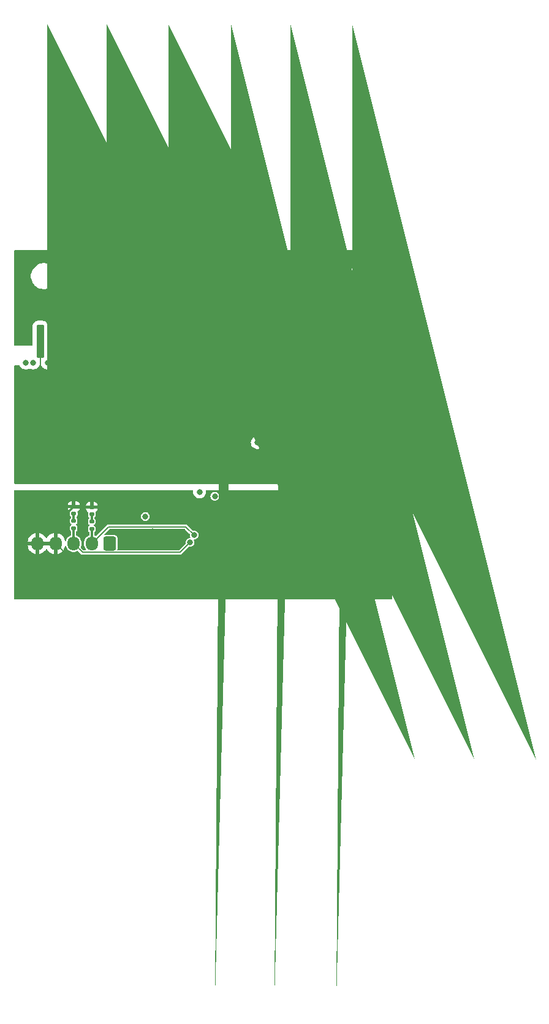
<source format=gbr>
%TF.GenerationSoftware,KiCad,Pcbnew,8.0.0*%
%TF.CreationDate,2024-03-24T11:48:13-04:00*%
%TF.ProjectId,coil-driver,636f696c-2d64-4726-9976-65722e6b6963,rev?*%
%TF.SameCoordinates,Original*%
%TF.FileFunction,Copper,L4,Bot*%
%TF.FilePolarity,Positive*%
%FSLAX46Y46*%
G04 Gerber Fmt 4.6, Leading zero omitted, Abs format (unit mm)*
G04 Created by KiCad (PCBNEW 8.0.0) date 2024-03-24 11:48:13*
%MOMM*%
%LPD*%
G01*
G04 APERTURE LIST*
G04 Aperture macros list*
%AMRoundRect*
0 Rectangle with rounded corners*
0 $1 Rounding radius*
0 $2 $3 $4 $5 $6 $7 $8 $9 X,Y pos of 4 corners*
0 Add a 4 corners polygon primitive as box body*
4,1,4,$2,$3,$4,$5,$6,$7,$8,$9,$2,$3,0*
0 Add four circle primitives for the rounded corners*
1,1,$1+$1,$2,$3*
1,1,$1+$1,$4,$5*
1,1,$1+$1,$6,$7*
1,1,$1+$1,$8,$9*
0 Add four rect primitives between the rounded corners*
20,1,$1+$1,$2,$3,$4,$5,0*
20,1,$1+$1,$4,$5,$6,$7,0*
20,1,$1+$1,$6,$7,$8,$9,0*
20,1,$1+$1,$8,$9,$2,$3,0*%
%AMFreePoly0*
4,1,77,2.150354,1.215354,2.150500,1.215000,2.150500,1.035500,2.805000,1.035500,2.805354,1.035354,2.805500,1.035000,2.805500,0.435000,2.805354,0.434646,2.805000,0.434500,2.150500,0.434500,2.150500,-1.389500,2.805000,-1.389500,2.805354,-1.389646,2.805500,-1.390000,2.805500,-1.990000,2.805354,-1.990354,2.805000,-1.990500,2.150500,-1.990500,2.150500,-2.284500,2.210000,-2.284500,
2.210354,-2.284646,2.210500,-2.285000,2.210500,-3.305000,2.210354,-3.305354,2.210000,-3.305500,1.600000,-3.305500,1.599646,-3.305354,1.599500,-3.305000,1.599500,-2.885500,0.940500,-2.885500,0.940500,-3.305000,0.940354,-3.305354,0.940000,-3.305500,0.330000,-3.305500,0.329646,-3.305354,0.329500,-3.305000,0.329500,-2.885500,-0.329500,-2.885500,-0.329500,-3.305000,-0.329646,-3.305354,
-0.330000,-3.305500,-0.940000,-3.305500,-0.940354,-3.305354,-0.940500,-3.305000,-0.940500,-2.885500,-1.599500,-2.885500,-1.599500,-3.305000,-1.599646,-3.305354,-1.600000,-3.305500,-2.210000,-3.305500,-2.210354,-3.305354,-2.210500,-3.305000,-2.210500,-2.285000,-2.210354,-2.284646,-2.210000,-2.284500,-2.150500,-2.284500,-2.150500,-1.990500,-2.805000,-1.990500,-2.805354,-1.990354,-2.805500,-1.990000,
-2.805500,-1.390000,-2.805354,-1.389646,-2.805000,-1.389500,-2.150500,-1.389500,-2.150500,0.434500,-2.805000,0.434500,-2.805354,0.434646,-2.805500,0.435000,-2.805500,1.035000,-2.805354,1.035354,-2.805000,1.035500,-2.150500,1.035500,-2.150500,1.215000,-2.150354,1.215354,-2.150000,1.215500,2.150000,1.215500,2.150354,1.215354,2.150354,1.215354,$1*%
G04 Aperture macros list end*
%TA.AperFunction,ComponentPad*%
%ADD10RoundRect,0.250000X0.600000X0.725000X-0.600000X0.725000X-0.600000X-0.725000X0.600000X-0.725000X0*%
%TD*%
%TA.AperFunction,ComponentPad*%
%ADD11O,1.700000X1.950000*%
%TD*%
%TA.AperFunction,SMDPad,CuDef*%
%ADD12RoundRect,0.275000X-0.275000X2.025000X-0.275000X-2.025000X0.275000X-2.025000X0.275000X2.025000X0*%
%TD*%
%TA.AperFunction,SMDPad,CuDef*%
%ADD13RoundRect,0.250000X-5.150000X4.450000X-5.150000X-4.450000X5.150000X-4.450000X5.150000X4.450000X0*%
%TD*%
%TA.AperFunction,SMDPad,CuDef*%
%ADD14RoundRect,0.250000X0.450000X-0.350000X0.450000X0.350000X-0.450000X0.350000X-0.450000X-0.350000X0*%
%TD*%
%TA.AperFunction,ComponentPad*%
%ADD15RoundRect,1.000000X-1.000000X2.000000X-1.000000X-2.000000X1.000000X-2.000000X1.000000X2.000000X0*%
%TD*%
%TA.AperFunction,SMDPad,CuDef*%
%ADD16RoundRect,0.147500X-0.172500X0.147500X-0.172500X-0.147500X0.172500X-0.147500X0.172500X0.147500X0*%
%TD*%
%TA.AperFunction,SMDPad,CuDef*%
%ADD17RoundRect,0.135000X0.185000X-0.135000X0.185000X0.135000X-0.185000X0.135000X-0.185000X-0.135000X0*%
%TD*%
%TA.AperFunction,SMDPad,CuDef*%
%ADD18R,0.610000X1.270000*%
%TD*%
%TA.AperFunction,SMDPad,CuDef*%
%ADD19FreePoly0,0.000000*%
%TD*%
%TA.AperFunction,SMDPad,CuDef*%
%ADD20RoundRect,1.000000X2.000000X1.000000X-2.000000X1.000000X-2.000000X-1.000000X2.000000X-1.000000X0*%
%TD*%
%TA.AperFunction,ViaPad*%
%ADD21C,0.800000*%
%TD*%
%TA.AperFunction,Conductor*%
%ADD22C,0.200000*%
%TD*%
%TA.AperFunction,Conductor*%
%ADD23C,0.300000*%
%TD*%
%TA.AperFunction,Conductor*%
%ADD24C,0.160000*%
%TD*%
G04 APERTURE END LIST*
D10*
%TO.P,J3,1,Pin_1*%
%TO.N,/VDD_12V*%
X109093828Y-138938060D03*
D11*
%TO.P,J3,2,Pin_2*%
%TO.N,/drv_hi*%
X106593828Y-138938060D03*
%TO.P,J3,3,Pin_3*%
%TO.N,/drv_li*%
X104093828Y-138938060D03*
%TO.P,J3,4,Pin_4*%
%TO.N,GND*%
X101593828Y-138938060D03*
%TO.P,J3,5,Pin_5*%
X99093828Y-138938060D03*
%TD*%
D12*
%TO.P,D4,1,K*%
%TO.N,/+VB*%
X110935000Y-110875000D03*
D13*
X113475000Y-120025000D03*
D12*
%TO.P,D4,2,A*%
%TO.N,/lo*%
X116015000Y-110875000D03*
%TD*%
D14*
%TO.P,R8,1*%
%TO.N,Net-(U1-HO)*%
X146700000Y-117300000D03*
%TO.P,R8,2*%
%TO.N,Net-(Q2-G)*%
X146700000Y-115300000D03*
%TD*%
D15*
%TO.P,J6,1,Pin_1*%
%TO.N,/hi*%
X128500000Y-102500000D03*
%TD*%
D16*
%TO.P,D5,1,K*%
%TO.N,GND*%
X106600000Y-133915000D03*
%TO.P,D5,2,A*%
%TO.N,Net-(D5-A)*%
X106600000Y-134885000D03*
%TD*%
D17*
%TO.P,R11,1*%
%TO.N,/drv_hi*%
X106600000Y-136910000D03*
%TO.P,R11,2*%
%TO.N,Net-(D5-A)*%
X106600000Y-135890000D03*
%TD*%
D18*
%TO.P,Q3,1,S*%
%TO.N,/hi*%
X123950000Y-115300000D03*
%TO.P,Q3,2,S*%
X125220000Y-115300000D03*
%TO.P,Q3,3,S*%
X126490000Y-115300000D03*
%TO.P,Q3,4,G*%
%TO.N,Net-(Q3-G)*%
X127760000Y-115300000D03*
D19*
%TO.P,Q3,5,D*%
%TO.N,/+VB*%
X125855000Y-117970000D03*
%TD*%
D16*
%TO.P,D6,1,K*%
%TO.N,GND*%
X104117500Y-133832500D03*
%TO.P,D6,2,A*%
%TO.N,Net-(D6-A)*%
X104117500Y-134802500D03*
%TD*%
D12*
%TO.P,D3,1,K*%
%TO.N,/+VB*%
X99485000Y-110975000D03*
D13*
X102025000Y-120125000D03*
D12*
%TO.P,D3,2,A*%
%TO.N,/lo*%
X104565000Y-110975000D03*
%TD*%
D14*
%TO.P,R10,1*%
%TO.N,Net-(U1-HO)*%
X129950000Y-117300000D03*
%TO.P,R10,2*%
%TO.N,Net-(Q3-G)*%
X129950000Y-115300000D03*
%TD*%
D20*
%TO.P,J1,1,Pin_1*%
%TO.N,/+VB*%
X100400000Y-127700000D03*
%TD*%
D14*
%TO.P,R9,1*%
%TO.N,Net-(U1-HO)*%
X138400000Y-117200000D03*
%TO.P,R9,2*%
%TO.N,Net-(Q1-G)*%
X138400000Y-115200000D03*
%TD*%
D15*
%TO.P,J7,1,Pin_1*%
%TO.N,/lo*%
X114900000Y-103000000D03*
%TD*%
D17*
%TO.P,R12,1*%
%TO.N,/drv_li*%
X104100000Y-136810000D03*
%TO.P,R12,2*%
%TO.N,Net-(D6-A)*%
X104100000Y-135790000D03*
%TD*%
D18*
%TO.P,Q1,1,S*%
%TO.N,/hi*%
X132140000Y-115300000D03*
%TO.P,Q1,2,S*%
X133410000Y-115300000D03*
%TO.P,Q1,3,S*%
X134680000Y-115300000D03*
%TO.P,Q1,4,G*%
%TO.N,Net-(Q1-G)*%
X135950000Y-115300000D03*
D19*
%TO.P,Q1,5,D*%
%TO.N,/+VB*%
X134045000Y-117970000D03*
%TD*%
D18*
%TO.P,Q2,1,S*%
%TO.N,/hi*%
X140695000Y-115330000D03*
%TO.P,Q2,2,S*%
X141965000Y-115330000D03*
%TO.P,Q2,3,S*%
X143235000Y-115330000D03*
%TO.P,Q2,4,G*%
%TO.N,Net-(Q2-G)*%
X144505000Y-115330000D03*
D19*
%TO.P,Q2,5,D*%
%TO.N,/+VB*%
X142600000Y-118000000D03*
%TD*%
D21*
%TO.N,GND*%
X120232400Y-116100000D03*
X140500000Y-126500000D03*
X140500000Y-124500000D03*
X115000000Y-137300000D03*
X115000000Y-114000000D03*
X129500000Y-122500000D03*
X97500000Y-114000000D03*
X114000000Y-114000000D03*
X145500000Y-126500000D03*
X100500000Y-114000000D03*
X116900000Y-142500000D03*
X118000000Y-114000000D03*
X138000000Y-125000000D03*
X145500000Y-124500000D03*
X143000000Y-126500000D03*
X112500000Y-114000000D03*
X145500000Y-122000000D03*
X136000000Y-122500000D03*
X107000000Y-114000000D03*
X129500000Y-125000000D03*
X143000000Y-124500000D03*
X131500000Y-127000000D03*
X98500000Y-114000000D03*
X108500000Y-114000000D03*
X133500000Y-125000000D03*
X136000000Y-127000000D03*
X106000000Y-114525000D03*
%TO.N,/+VB*%
X124500000Y-117500000D03*
X141000000Y-117500000D03*
X111500000Y-121500000D03*
X142000000Y-119000000D03*
X101500000Y-119500000D03*
X142000000Y-120500000D03*
X117500000Y-123500000D03*
X124500000Y-122000000D03*
X109500000Y-119500000D03*
X141000000Y-119000000D03*
X133000000Y-120500000D03*
X113500000Y-123500000D03*
X109500000Y-123500000D03*
X127500000Y-117500000D03*
X133000000Y-119000000D03*
X124500000Y-119000000D03*
X105500000Y-119500000D03*
X99500000Y-121500000D03*
X107500000Y-121500000D03*
X141000000Y-120500000D03*
X105500000Y-123500000D03*
X135000000Y-117500000D03*
X133000000Y-117500000D03*
X101500000Y-123500000D03*
X124500000Y-120500000D03*
X127500000Y-120500000D03*
X127500000Y-119000000D03*
X142500000Y-117500000D03*
X135000000Y-120500000D03*
X135000000Y-119000000D03*
X127500000Y-122000000D03*
X97500000Y-123500000D03*
X115500000Y-121500000D03*
X103500000Y-121500000D03*
X97500000Y-119500000D03*
%TO.N,/drv_hi*%
X120736182Y-137763814D03*
%TO.N,/drv_li*%
X120200000Y-138800000D03*
%TO.N,Net-(U1-LO)*%
X120100000Y-113700000D03*
X103000000Y-109700000D03*
X114000000Y-135200000D03*
X112400000Y-109500000D03*
%TO.N,Net-(U1-HO)*%
X138050000Y-117300000D03*
X123600000Y-132400000D03*
X129950000Y-117200000D03*
X146700000Y-117300000D03*
%TO.N,/hi*%
X126500000Y-110000000D03*
X125500000Y-105000000D03*
X132500000Y-110000000D03*
X125500000Y-103500000D03*
X126500000Y-114000000D03*
X130500000Y-112000000D03*
X126500000Y-108000000D03*
X134500000Y-110000000D03*
X124000000Y-100500000D03*
X140500000Y-112000000D03*
X144500000Y-112000000D03*
X124000000Y-103500000D03*
X134500000Y-108000000D03*
X142500000Y-112000000D03*
X134500000Y-114000000D03*
X131500000Y-102000000D03*
X122840267Y-115695575D03*
X140500000Y-110000000D03*
X131500000Y-103500000D03*
X125500000Y-100500000D03*
X142500000Y-108000000D03*
X124000000Y-105000000D03*
X136500000Y-108000000D03*
X142500000Y-114000000D03*
X124500000Y-110000000D03*
X131500000Y-100500000D03*
X121500000Y-131800000D03*
X146500000Y-112000000D03*
X124500000Y-108000000D03*
X140500000Y-114000000D03*
X144500000Y-108000000D03*
X136500000Y-110000000D03*
X144500000Y-110000000D03*
X128500000Y-112000000D03*
X131500000Y-105000000D03*
X132500000Y-108000000D03*
X142500000Y-110000000D03*
X128500000Y-110000000D03*
X126500000Y-112000000D03*
X138500000Y-112000000D03*
X124500000Y-112000000D03*
X146500000Y-108000000D03*
X125500000Y-102000000D03*
X138500000Y-110000000D03*
X130500000Y-110000000D03*
X128500000Y-108000000D03*
X136500000Y-112000000D03*
X130500000Y-108000000D03*
X134500000Y-112000000D03*
X124000000Y-102000000D03*
X124500000Y-114000000D03*
X132500000Y-112000000D03*
X138500000Y-108000000D03*
X132500000Y-114000000D03*
X146500000Y-110000000D03*
X140500000Y-108000000D03*
%TO.N,/lo*%
X113500000Y-108500000D03*
X108500000Y-100500000D03*
X120000000Y-105000000D03*
X111500000Y-103500000D03*
X118500000Y-103500000D03*
X115500000Y-108500000D03*
X113500000Y-106500000D03*
X105500000Y-110500000D03*
X120000000Y-102000000D03*
X110000000Y-105000000D03*
X98500000Y-107500000D03*
X101000000Y-109000000D03*
X120000000Y-103500000D03*
X105500000Y-108500000D03*
X100000000Y-107500000D03*
X103500000Y-108500000D03*
X98000000Y-110500000D03*
X118500000Y-102000000D03*
X107500000Y-110500000D03*
X98000000Y-109000000D03*
X107500000Y-108500000D03*
X108500000Y-102000000D03*
X111500000Y-102000000D03*
X109500000Y-106500000D03*
X111500000Y-100500000D03*
X109500000Y-108500000D03*
X103500000Y-106500000D03*
X110000000Y-100500000D03*
X115500000Y-110500000D03*
X101000000Y-110500000D03*
X107500000Y-106500000D03*
X105500000Y-106500000D03*
X111500000Y-106500000D03*
X117500000Y-110500000D03*
X117500000Y-106500000D03*
X115500000Y-106500000D03*
X118500000Y-100500000D03*
X110000000Y-102000000D03*
X108500000Y-105000000D03*
X111500000Y-105000000D03*
X120000000Y-106500000D03*
X117500000Y-108500000D03*
X120000000Y-100500000D03*
X110000000Y-103500000D03*
X108500000Y-103500000D03*
X118500000Y-105000000D03*
%TD*%
D22*
%TO.N,GND*%
X105155768Y-142500000D02*
X101593828Y-138938060D01*
D23*
X106600000Y-133915000D02*
X104200000Y-133915000D01*
X104117500Y-133832500D02*
X101593828Y-136356172D01*
X104200000Y-133915000D02*
X104117500Y-133832500D01*
D22*
X116900000Y-142500000D02*
X105155768Y-142500000D01*
D23*
X101593828Y-136356172D02*
X101593828Y-138938060D01*
D24*
%TO.N,/+VB*%
X110935000Y-110875000D02*
X110935000Y-117485000D01*
X141015000Y-119000000D02*
X141000000Y-119000000D01*
X101400000Y-119500000D02*
X101500000Y-119500000D01*
X112000000Y-121500000D02*
X111500000Y-121500000D01*
X136015000Y-124000000D02*
X125450000Y-124000000D01*
X99485000Y-110975000D02*
X99485000Y-117585000D01*
X101500000Y-119500000D02*
X101500000Y-119600000D01*
X127500000Y-122000000D02*
X127450000Y-122000000D01*
X104400000Y-124000000D02*
X99000000Y-129400000D01*
X102025000Y-121475000D02*
X102000000Y-121500000D01*
X125855000Y-117970000D02*
X125450000Y-118375000D01*
X133000000Y-117500000D02*
X131480000Y-117970000D01*
X131480000Y-117970000D02*
X127500000Y-121950000D01*
X141000000Y-119000000D02*
X141000000Y-119015000D01*
X113475000Y-120025000D02*
X112000000Y-121500000D01*
X141000000Y-119015000D02*
X136015000Y-124000000D01*
X102025000Y-120125000D02*
X102025000Y-121475000D01*
X142045000Y-117970000D02*
X141015000Y-119000000D01*
X109500000Y-123500000D02*
X109500000Y-124000000D01*
X125450000Y-118375000D02*
X125450000Y-124000000D01*
X134000000Y-117500000D02*
X133000000Y-117500000D01*
X127500000Y-121950000D02*
X127500000Y-122000000D01*
X102025000Y-121525000D02*
X102025000Y-126375000D01*
X111500000Y-121500000D02*
X111500000Y-122000000D01*
X125450000Y-124000000D02*
X104400000Y-124000000D01*
X101500000Y-119600000D02*
X102025000Y-120125000D01*
X102025000Y-126375000D02*
X99000000Y-129400000D01*
X104100000Y-129400000D02*
X99000000Y-129400000D01*
X110000000Y-123500000D02*
X109500000Y-123500000D01*
X109500000Y-124000000D02*
X104100000Y-129400000D01*
X111500000Y-122000000D02*
X110000000Y-123500000D01*
X110935000Y-117485000D02*
X113475000Y-120025000D01*
X134045000Y-117970000D02*
X134000000Y-117500000D01*
X102000000Y-121500000D02*
X102025000Y-121525000D01*
X127450000Y-122000000D02*
X125450000Y-124000000D01*
X99485000Y-117585000D02*
X101400000Y-119500000D01*
D23*
%TO.N,/drv_hi*%
X106600000Y-136910000D02*
X106600000Y-138931888D01*
D22*
X106593828Y-138938060D02*
X108884288Y-136647600D01*
X108884288Y-136647600D02*
X119619968Y-136647600D01*
D23*
X106600000Y-138931888D02*
X106593828Y-138938060D01*
D22*
X119619968Y-136647600D02*
X120736182Y-137763814D01*
%TO.N,/drv_li*%
X105321228Y-140165460D02*
X118834540Y-140165460D01*
X118834540Y-140165460D02*
X120200000Y-138800000D01*
X104093828Y-138938060D02*
X105321228Y-140165460D01*
D23*
X104100000Y-136810000D02*
X104100000Y-138931888D01*
X104100000Y-138931888D02*
X104093828Y-138938060D01*
D24*
%TO.N,Net-(Q1-G)*%
X135950000Y-115300000D02*
X138050000Y-115300000D01*
D22*
%TO.N,Net-(Q2-G)*%
X146670000Y-115330000D02*
X146700000Y-115300000D01*
X144505000Y-115330000D02*
X146670000Y-115330000D01*
D24*
%TO.N,Net-(Q3-G)*%
X127760000Y-115300000D02*
X129950000Y-115300000D01*
%TO.N,Net-(U1-HO)*%
X129950000Y-117300000D02*
X129950000Y-117200000D01*
%TO.N,/hi*%
X136110000Y-110000000D02*
X134500000Y-108390000D01*
X136500000Y-110390000D02*
X136500000Y-110000000D01*
X134500000Y-112600000D02*
X134500000Y-112000000D01*
X140695000Y-114995000D02*
X140695000Y-115330000D01*
X134680000Y-112780000D02*
X134500000Y-112600000D01*
X134500000Y-108000000D02*
X134110000Y-108000000D01*
X136500000Y-111660000D02*
X134840000Y-110000000D01*
X124000000Y-103500000D02*
X123840000Y-103500000D01*
X141410000Y-115300000D02*
X140500000Y-114390000D01*
X126500000Y-110000000D02*
X126490000Y-109990000D01*
X132500000Y-114000000D02*
X132140000Y-113640000D01*
X126490000Y-108010000D02*
X126500000Y-108000000D01*
X131500000Y-104120000D02*
X131500000Y-103500000D01*
X132140000Y-115300000D02*
X132140000Y-114360000D01*
X125110000Y-103500000D02*
X124610000Y-103000000D01*
X125500000Y-105000000D02*
X125340000Y-105000000D01*
X134680000Y-113820000D02*
X134680000Y-112780000D01*
X137700000Y-112000000D02*
X140695000Y-114995000D01*
X132140000Y-113640000D02*
X132140000Y-112360000D01*
X129110000Y-103000000D02*
X124900000Y-103000000D01*
X138500000Y-112390000D02*
X138500000Y-112000000D01*
X125500000Y-103890000D02*
X125500000Y-103500000D01*
X136500000Y-110000000D02*
X136110000Y-110000000D01*
X134680000Y-115300000D02*
X134680000Y-114180000D01*
X126490000Y-115300000D02*
X126490000Y-114010000D01*
X142680000Y-115300000D02*
X131500000Y-104120000D01*
X123950000Y-115300000D02*
X123950000Y-103950000D01*
X132500000Y-108000000D02*
X132500000Y-107660000D01*
X125500000Y-105160000D02*
X125500000Y-105000000D01*
X131500000Y-105000000D02*
X131110000Y-105000000D01*
X131500000Y-105390000D02*
X131500000Y-105000000D01*
X126500000Y-112000000D02*
X126490000Y-111990000D01*
X130380000Y-103000000D02*
X124900000Y-103000000D01*
X140500000Y-114000000D02*
X140110000Y-114000000D01*
X126500000Y-114000000D02*
X126490000Y-113990000D01*
X125500000Y-103500000D02*
X125110000Y-103500000D01*
X134500000Y-112000000D02*
X133900000Y-112000000D01*
X132140000Y-112360000D02*
X132500000Y-112000000D01*
X131110000Y-105000000D02*
X130000000Y-103890000D01*
X134500000Y-110000000D02*
X134500000Y-109660000D01*
X138500000Y-112000000D02*
X138110000Y-112000000D01*
X134500000Y-108390000D02*
X134500000Y-108000000D01*
X123089425Y-115695575D02*
X123485000Y-115300000D01*
X138110000Y-112000000D02*
X136500000Y-110390000D01*
X132500000Y-107660000D02*
X130000000Y-105160000D01*
X134500000Y-109660000D02*
X132840000Y-108000000D01*
X123485000Y-115300000D02*
X123950000Y-115300000D01*
X136500000Y-112000000D02*
X137700000Y-112000000D01*
X127840000Y-103000000D02*
X124900000Y-103000000D01*
X140110000Y-114000000D02*
X138500000Y-112390000D01*
X134000000Y-107890000D02*
X131500000Y-105390000D01*
X126500000Y-108000000D02*
X126490000Y-107990000D01*
X125220000Y-115300000D02*
X125220000Y-103320000D01*
X140500000Y-114390000D02*
X140500000Y-114000000D01*
X125220000Y-103320000D02*
X124900000Y-103000000D01*
X134110000Y-108000000D02*
X134000000Y-108000000D01*
X123840000Y-103500000D02*
X123340000Y-103000000D01*
X132500000Y-112000000D02*
X132140000Y-111640000D01*
X134500000Y-114000000D02*
X134680000Y-113820000D01*
X126490000Y-110010000D02*
X126500000Y-110000000D01*
X124000000Y-103660000D02*
X124000000Y-103500000D01*
X126490000Y-104590000D02*
X124900000Y-103000000D01*
X126490000Y-113990000D02*
X126490000Y-112010000D01*
X133900000Y-112000000D02*
X124900000Y-103000000D01*
X129840000Y-105000000D02*
X128500000Y-103660000D01*
X126490000Y-111990000D02*
X126490000Y-110010000D01*
X123950000Y-103950000D02*
X124900000Y-103000000D01*
X132140000Y-110240000D02*
X124900000Y-103000000D01*
X133410000Y-115300000D02*
X133410000Y-111510000D01*
X132140000Y-114360000D02*
X132500000Y-114000000D01*
X134840000Y-110000000D02*
X134500000Y-110000000D01*
X126490000Y-112010000D02*
X126500000Y-112000000D01*
X134680000Y-114180000D02*
X134500000Y-114000000D01*
X126490000Y-109990000D02*
X126490000Y-108010000D01*
X126490000Y-107990000D02*
X126490000Y-104590000D01*
X136500000Y-112000000D02*
X136500000Y-111660000D01*
X132840000Y-108000000D02*
X132500000Y-108000000D01*
X126490000Y-114010000D02*
X126500000Y-114000000D01*
X132140000Y-111640000D02*
X132140000Y-110240000D01*
X134000000Y-108000000D02*
X134000000Y-107890000D01*
X131500000Y-103500000D02*
X130880000Y-103500000D01*
X122840267Y-115695575D02*
X123089425Y-115695575D01*
X130880000Y-103500000D02*
X130380000Y-103000000D01*
X133410000Y-111510000D02*
X124900000Y-103000000D01*
%TO.N,/lo*%
X109500000Y-106040000D02*
X110000000Y-105540000D01*
X106000000Y-109500000D02*
X106040000Y-109500000D01*
X116000000Y-109500000D02*
X116015000Y-109485000D01*
X111500000Y-103500000D02*
X112040000Y-103500000D01*
X112540000Y-103000000D02*
X114900000Y-103000000D01*
X109500000Y-106500000D02*
X109500000Y-106040000D01*
X116000000Y-108500000D02*
X116015000Y-108485000D01*
X105500000Y-110500000D02*
X105500000Y-110040000D01*
X110000000Y-105540000D02*
X110000000Y-105000000D01*
X109040000Y-106500000D02*
X109500000Y-106500000D01*
X108000000Y-107500000D02*
X108040000Y-107500000D01*
X116015000Y-110875000D02*
X116015000Y-110515000D01*
X116015000Y-104115000D02*
X114900000Y-103000000D01*
X108000000Y-107540000D02*
X108000000Y-107500000D01*
X112040000Y-103500000D02*
X112540000Y-103000000D01*
X106000000Y-109540000D02*
X106000000Y-109500000D01*
X105040000Y-110500000D02*
X105500000Y-110500000D01*
X116015000Y-110485000D02*
X116015000Y-109515000D01*
X108040000Y-107500000D02*
X109040000Y-106500000D01*
X105500000Y-110040000D02*
X106000000Y-109540000D01*
X116015000Y-109515000D02*
X116000000Y-109500000D01*
X116015000Y-110515000D02*
X116000000Y-110500000D01*
X116015000Y-109485000D02*
X116015000Y-108515000D01*
X106040000Y-109500000D02*
X107040000Y-108500000D01*
X116000000Y-110500000D02*
X116015000Y-110485000D01*
X116015000Y-107485000D02*
X116015000Y-104115000D01*
X116015000Y-108515000D02*
X116000000Y-108500000D01*
X110540000Y-105000000D02*
X111500000Y-104040000D01*
X111500000Y-104040000D02*
X111500000Y-103500000D01*
X107500000Y-108040000D02*
X108000000Y-107540000D01*
X110000000Y-105000000D02*
X110540000Y-105000000D01*
X116000000Y-107500000D02*
X116015000Y-107485000D01*
X116015000Y-107515000D02*
X116000000Y-107500000D01*
X107040000Y-108500000D02*
X107500000Y-108500000D01*
X107500000Y-108500000D02*
X107500000Y-108040000D01*
X116015000Y-108485000D02*
X116015000Y-107515000D01*
X104565000Y-110975000D02*
X105040000Y-110500000D01*
D23*
%TO.N,Net-(D5-A)*%
X106600000Y-134885000D02*
X106600000Y-135890000D01*
%TO.N,Net-(D6-A)*%
X104117500Y-135772500D02*
X104100000Y-135790000D01*
X104117500Y-134802500D02*
X104117500Y-135772500D01*
%TD*%
%TA.AperFunction,Conductor*%
%TO.N,GND*%
G36*
X119517171Y-136969774D02*
G01*
X120125718Y-137578321D01*
X120147392Y-137630647D01*
X120146759Y-137640305D01*
X120130500Y-137763813D01*
X120151137Y-137920574D01*
X120151137Y-137920575D01*
X120211646Y-138066655D01*
X120221522Y-138079526D01*
X120236181Y-138134233D01*
X120207862Y-138183282D01*
X120172473Y-138197941D01*
X120043239Y-138214955D01*
X120043238Y-138214955D01*
X119897158Y-138275464D01*
X119771720Y-138371715D01*
X119771715Y-138371720D01*
X119675464Y-138497158D01*
X119614955Y-138643238D01*
X119614955Y-138643239D01*
X119594318Y-138799999D01*
X119610578Y-138923505D01*
X119595919Y-138978212D01*
X119589537Y-138985490D01*
X118731743Y-139843286D01*
X118679417Y-139864960D01*
X110204757Y-139864960D01*
X110152431Y-139843286D01*
X110130757Y-139790960D01*
X110134910Y-139766519D01*
X110141472Y-139747765D01*
X110141473Y-139747761D01*
X110141474Y-139747759D01*
X110144328Y-139717326D01*
X110144328Y-138158794D01*
X110141474Y-138128361D01*
X110096621Y-138000178D01*
X110094337Y-137997083D01*
X110015981Y-137890913D01*
X110015974Y-137890906D01*
X109906711Y-137810267D01*
X109906709Y-137810266D01*
X109778532Y-137765415D01*
X109778533Y-137765415D01*
X109778528Y-137765414D01*
X109778527Y-137765414D01*
X109748094Y-137762560D01*
X108439562Y-137762560D01*
X108409129Y-137765414D01*
X108409126Y-137765414D01*
X108409125Y-137765415D01*
X108380295Y-137775503D01*
X108323747Y-137772326D01*
X108286007Y-137730095D01*
X108289184Y-137673547D01*
X108303527Y-137653330D01*
X108987085Y-136969774D01*
X109039411Y-136948100D01*
X119464845Y-136948100D01*
X119517171Y-136969774D01*
G37*
%TD.AperFunction*%
%TA.AperFunction,Conductor*%
G36*
X101151198Y-138754717D02*
G01*
X101118828Y-138875525D01*
X101118828Y-139000595D01*
X101151198Y-139121403D01*
X101189682Y-139188060D01*
X99497974Y-139188060D01*
X99536458Y-139121403D01*
X99568828Y-139000595D01*
X99568828Y-138875525D01*
X99536458Y-138754717D01*
X99497974Y-138688060D01*
X101189682Y-138688060D01*
X101151198Y-138754717D01*
G37*
%TD.AperFunction*%
%TA.AperFunction,Conductor*%
G36*
X120585701Y-131621674D02*
G01*
X120607375Y-131674000D01*
X120606970Y-131681731D01*
X120594540Y-131800000D01*
X120602471Y-131875464D01*
X120614327Y-131988261D01*
X120672819Y-132168280D01*
X120767464Y-132332213D01*
X120767467Y-132332216D01*
X120894131Y-132472890D01*
X121047266Y-132584149D01*
X121047271Y-132584152D01*
X121191682Y-132648448D01*
X121220197Y-132661144D01*
X121405354Y-132700500D01*
X121405355Y-132700500D01*
X121594645Y-132700500D01*
X121594646Y-132700500D01*
X121779803Y-132661144D01*
X121952730Y-132584151D01*
X122105871Y-132472888D01*
X122171500Y-132400000D01*
X122994318Y-132400000D01*
X123014955Y-132556760D01*
X123014955Y-132556761D01*
X123075464Y-132702841D01*
X123171715Y-132828279D01*
X123171720Y-132828284D01*
X123255345Y-132892451D01*
X123297159Y-132924536D01*
X123443238Y-132985044D01*
X123600000Y-133005682D01*
X123756762Y-132985044D01*
X123902841Y-132924536D01*
X124028282Y-132828282D01*
X124124536Y-132702841D01*
X124185044Y-132556762D01*
X124205682Y-132400000D01*
X124185044Y-132243238D01*
X124124536Y-132097159D01*
X124028282Y-131971718D01*
X124028279Y-131971715D01*
X123902841Y-131875464D01*
X123756761Y-131814955D01*
X123600000Y-131794318D01*
X123443239Y-131814955D01*
X123443238Y-131814955D01*
X123297158Y-131875464D01*
X123171720Y-131971715D01*
X123171715Y-131971720D01*
X123075464Y-132097158D01*
X123014955Y-132243238D01*
X123014955Y-132243239D01*
X122994318Y-132400000D01*
X122171500Y-132400000D01*
X122232533Y-132332216D01*
X122327179Y-132168284D01*
X122385674Y-131988256D01*
X122405460Y-131800000D01*
X122393030Y-131681734D01*
X122409116Y-131627430D01*
X122458890Y-131600405D01*
X122466625Y-131600000D01*
X148044500Y-131600000D01*
X148096826Y-131621674D01*
X148118500Y-131674000D01*
X148118500Y-146544500D01*
X148096826Y-146596826D01*
X148044500Y-146618500D01*
X95955500Y-146618500D01*
X95903174Y-146596826D01*
X95881500Y-146544500D01*
X95881500Y-139188060D01*
X97746798Y-139188060D01*
X97777070Y-139379185D01*
X97777072Y-139379196D01*
X97842732Y-139581277D01*
X97842734Y-139581281D01*
X97939203Y-139770610D01*
X97939206Y-139770616D01*
X98064102Y-139942521D01*
X98064111Y-139942531D01*
X98214357Y-140092777D01*
X98214366Y-140092785D01*
X98386271Y-140217681D01*
X98386277Y-140217684D01*
X98575606Y-140314153D01*
X98575610Y-140314155D01*
X98777691Y-140379815D01*
X98777705Y-140379818D01*
X98843828Y-140390290D01*
X98843828Y-139342205D01*
X98910485Y-139380690D01*
X99031293Y-139413060D01*
X99156363Y-139413060D01*
X99277171Y-139380690D01*
X99343828Y-139342205D01*
X99343828Y-140390289D01*
X99409950Y-140379818D01*
X99409964Y-140379815D01*
X99612045Y-140314155D01*
X99612049Y-140314153D01*
X99801378Y-140217684D01*
X99801384Y-140217681D01*
X99973289Y-140092785D01*
X99973299Y-140092777D01*
X100123545Y-139942531D01*
X100123553Y-139942521D01*
X100248447Y-139770618D01*
X100277893Y-139712829D01*
X100320961Y-139676046D01*
X100377423Y-139680489D01*
X100409763Y-139712829D01*
X100439208Y-139770618D01*
X100564102Y-139942521D01*
X100564111Y-139942531D01*
X100714357Y-140092777D01*
X100714366Y-140092785D01*
X100886271Y-140217681D01*
X100886277Y-140217684D01*
X101075606Y-140314153D01*
X101075610Y-140314155D01*
X101277691Y-140379815D01*
X101277705Y-140379818D01*
X101343828Y-140390290D01*
X101343828Y-139342205D01*
X101410485Y-139380690D01*
X101531293Y-139413060D01*
X101656363Y-139413060D01*
X101777171Y-139380690D01*
X101843828Y-139342205D01*
X101843828Y-140390289D01*
X101909950Y-140379818D01*
X101909964Y-140379815D01*
X102112045Y-140314155D01*
X102112049Y-140314153D01*
X102301378Y-140217684D01*
X102301384Y-140217681D01*
X102473289Y-140092785D01*
X102473299Y-140092777D01*
X102623545Y-139942531D01*
X102623553Y-139942521D01*
X102748449Y-139770616D01*
X102748452Y-139770610D01*
X102844921Y-139581281D01*
X102844923Y-139581277D01*
X102910583Y-139379196D01*
X102910586Y-139379183D01*
X102923355Y-139298562D01*
X102952948Y-139250271D01*
X103008020Y-139237049D01*
X103056311Y-139266642D01*
X103069022Y-139295701D01*
X103083696Y-139369474D01*
X103083698Y-139369480D01*
X103162887Y-139560658D01*
X103267563Y-139717319D01*
X103277851Y-139732715D01*
X103424173Y-139879037D01*
X103596230Y-139994001D01*
X103787408Y-140073190D01*
X103990363Y-140113560D01*
X103990364Y-140113560D01*
X104197292Y-140113560D01*
X104197293Y-140113560D01*
X104400248Y-140073190D01*
X104591426Y-139994001D01*
X104620880Y-139974319D01*
X104676429Y-139963270D01*
X104714319Y-139983522D01*
X105136717Y-140405920D01*
X105205240Y-140445482D01*
X105281666Y-140465960D01*
X105281668Y-140465960D01*
X118874104Y-140465960D01*
X118874104Y-140465959D01*
X118950529Y-140445481D01*
X119019051Y-140405920D01*
X119075000Y-140349971D01*
X120014508Y-139410461D01*
X120066833Y-139388788D01*
X120076477Y-139389420D01*
X120200000Y-139405682D01*
X120356762Y-139385044D01*
X120502841Y-139324536D01*
X120628282Y-139228282D01*
X120724536Y-139102841D01*
X120785044Y-138956762D01*
X120805682Y-138800000D01*
X120785044Y-138643238D01*
X120724536Y-138497159D01*
X120714658Y-138484286D01*
X120700000Y-138429581D01*
X120728318Y-138380531D01*
X120763707Y-138365872D01*
X120892944Y-138348858D01*
X121039023Y-138288350D01*
X121164464Y-138192096D01*
X121260718Y-138066655D01*
X121321226Y-137920576D01*
X121341864Y-137763814D01*
X121321226Y-137607052D01*
X121260718Y-137460973D01*
X121201291Y-137383526D01*
X121164466Y-137335534D01*
X121164461Y-137335529D01*
X121039023Y-137239278D01*
X120892943Y-137178769D01*
X120748335Y-137159732D01*
X120736182Y-137158132D01*
X120736181Y-137158132D01*
X120612673Y-137174391D01*
X120557966Y-137159732D01*
X120550689Y-137153350D01*
X119804480Y-136407141D01*
X119804479Y-136407140D01*
X119785071Y-136395935D01*
X119774690Y-136389941D01*
X119735958Y-136367579D01*
X119735953Y-136367577D01*
X119659532Y-136347100D01*
X119659530Y-136347100D01*
X108923850Y-136347100D01*
X108844726Y-136347100D01*
X108768300Y-136367578D01*
X108768299Y-136367578D01*
X108768297Y-136367579D01*
X108768295Y-136367580D01*
X108699778Y-136407138D01*
X107214318Y-137892597D01*
X107161992Y-137914271D01*
X107120881Y-137901800D01*
X107091426Y-137882119D01*
X107091427Y-137882119D01*
X107091425Y-137882118D01*
X106996181Y-137842666D01*
X106956133Y-137802617D01*
X106950500Y-137774299D01*
X106950500Y-137383526D01*
X106972174Y-137331200D01*
X106978975Y-137325493D01*
X106980402Y-137324065D01*
X106980404Y-137324065D01*
X107064065Y-137240404D01*
X107114068Y-137133173D01*
X107120500Y-137084316D01*
X107120500Y-136735684D01*
X107114068Y-136686827D01*
X107064065Y-136579596D01*
X106980404Y-136495935D01*
X106980402Y-136495933D01*
X106934886Y-136474709D01*
X106918495Y-136467066D01*
X106880232Y-136425310D01*
X106882702Y-136368727D01*
X106918495Y-136332933D01*
X106980404Y-136304065D01*
X107064065Y-136220404D01*
X107114068Y-136113173D01*
X107120500Y-136064316D01*
X107120500Y-135715684D01*
X107114068Y-135666827D01*
X107064065Y-135559596D01*
X106980404Y-135475935D01*
X106975826Y-135471357D01*
X106977397Y-135469785D01*
X106951622Y-135429312D01*
X106950500Y-135416473D01*
X106950500Y-135377012D01*
X106972174Y-135324686D01*
X106974044Y-135323102D01*
X106977509Y-135319636D01*
X106977511Y-135319636D01*
X107059636Y-135237511D01*
X107077974Y-135200000D01*
X113394318Y-135200000D01*
X113414955Y-135356760D01*
X113414955Y-135356761D01*
X113475464Y-135502841D01*
X113571715Y-135628279D01*
X113571720Y-135628284D01*
X113621951Y-135666827D01*
X113697159Y-135724536D01*
X113843238Y-135785044D01*
X114000000Y-135805682D01*
X114156762Y-135785044D01*
X114302841Y-135724536D01*
X114428282Y-135628282D01*
X114524536Y-135502841D01*
X114585044Y-135356762D01*
X114605682Y-135200000D01*
X114585044Y-135043238D01*
X114524536Y-134897159D01*
X114428282Y-134771718D01*
X114428279Y-134771715D01*
X114302841Y-134675464D01*
X114156761Y-134614955D01*
X114000000Y-134594318D01*
X113843239Y-134614955D01*
X113843238Y-134614955D01*
X113697158Y-134675464D01*
X113571720Y-134771715D01*
X113571715Y-134771720D01*
X113475464Y-134897158D01*
X113414955Y-135043238D01*
X113414955Y-135043239D01*
X113394318Y-135200000D01*
X107077974Y-135200000D01*
X107110645Y-135133170D01*
X107120500Y-135065528D01*
X107120500Y-134704472D01*
X107114841Y-134665631D01*
X107128745Y-134610728D01*
X107150400Y-134591267D01*
X107172512Y-134578190D01*
X107288191Y-134462511D01*
X107371468Y-134321698D01*
X107416994Y-134165000D01*
X105783006Y-134165000D01*
X105828531Y-134321698D01*
X105911808Y-134462511D01*
X106027487Y-134578190D01*
X106049600Y-134591267D01*
X106083607Y-134636558D01*
X106085159Y-134665632D01*
X106079500Y-134704467D01*
X106079500Y-135065532D01*
X106089355Y-135133170D01*
X106089355Y-135133171D01*
X106140363Y-135237510D01*
X106226825Y-135323972D01*
X106224455Y-135326341D01*
X106248485Y-135364798D01*
X106249500Y-135377012D01*
X106249500Y-135416473D01*
X106227826Y-135468799D01*
X106221020Y-135474510D01*
X106135935Y-135559595D01*
X106085931Y-135666828D01*
X106079500Y-135715685D01*
X106079500Y-136064314D01*
X106085931Y-136113171D01*
X106085932Y-136113173D01*
X106135935Y-136220404D01*
X106219596Y-136304065D01*
X106281504Y-136332933D01*
X106319767Y-136374691D01*
X106317297Y-136431274D01*
X106281504Y-136467066D01*
X106254637Y-136479595D01*
X106219595Y-136495935D01*
X106135935Y-136579595D01*
X106085931Y-136686828D01*
X106079500Y-136735685D01*
X106079500Y-137084314D01*
X106085931Y-137133171D01*
X106135935Y-137240404D01*
X106224174Y-137328643D01*
X106222599Y-137330217D01*
X106248375Y-137370674D01*
X106249500Y-137383526D01*
X106249500Y-137769186D01*
X106227826Y-137821512D01*
X106203819Y-137837553D01*
X106096229Y-137882119D01*
X105924173Y-137997082D01*
X105924172Y-137997084D01*
X105777852Y-138143404D01*
X105777850Y-138143405D01*
X105662887Y-138315461D01*
X105583698Y-138506639D01*
X105583696Y-138506646D01*
X105543328Y-138709595D01*
X105543328Y-139166524D01*
X105583696Y-139369473D01*
X105583698Y-139369480D01*
X105662887Y-139560658D01*
X105777850Y-139732714D01*
X105783770Y-139738634D01*
X105805444Y-139790960D01*
X105783770Y-139843286D01*
X105731444Y-139864960D01*
X105476351Y-139864960D01*
X105424025Y-139843286D01*
X105093891Y-139513152D01*
X105072217Y-139460826D01*
X105077849Y-139432509D01*
X105103958Y-139369480D01*
X105144328Y-139166525D01*
X105144328Y-138709595D01*
X105103958Y-138506640D01*
X105024769Y-138315462D01*
X104909805Y-138143405D01*
X104763483Y-137997083D01*
X104668470Y-137933598D01*
X104591426Y-137882119D01*
X104496181Y-137842666D01*
X104456133Y-137802617D01*
X104450500Y-137774299D01*
X104450500Y-137283526D01*
X104472174Y-137231200D01*
X104478975Y-137225493D01*
X104480402Y-137224065D01*
X104480404Y-137224065D01*
X104564065Y-137140404D01*
X104614068Y-137033173D01*
X104620500Y-136984316D01*
X104620500Y-136635684D01*
X104614068Y-136586827D01*
X104564065Y-136479596D01*
X104480404Y-136395935D01*
X104480402Y-136395933D01*
X104434846Y-136374691D01*
X104418495Y-136367066D01*
X104380232Y-136325310D01*
X104382702Y-136268727D01*
X104418495Y-136232933D01*
X104480404Y-136204065D01*
X104564065Y-136120404D01*
X104614068Y-136013173D01*
X104620500Y-135964316D01*
X104620500Y-135615684D01*
X104614068Y-135566827D01*
X104564065Y-135459596D01*
X104489674Y-135385205D01*
X104468000Y-135332879D01*
X104468000Y-135294512D01*
X104489674Y-135242186D01*
X104491544Y-135240602D01*
X104495009Y-135237136D01*
X104495011Y-135237136D01*
X104577136Y-135155011D01*
X104628145Y-135050670D01*
X104638000Y-134983028D01*
X104638000Y-134621972D01*
X104632341Y-134583131D01*
X104646245Y-134528228D01*
X104667900Y-134508767D01*
X104690012Y-134495690D01*
X104805691Y-134380011D01*
X104888968Y-134239198D01*
X104934494Y-134082500D01*
X103300506Y-134082500D01*
X103346031Y-134239198D01*
X103429308Y-134380011D01*
X103544987Y-134495690D01*
X103567100Y-134508767D01*
X103601107Y-134554058D01*
X103602659Y-134583132D01*
X103597000Y-134621967D01*
X103597000Y-134983032D01*
X103606855Y-135050670D01*
X103606855Y-135050671D01*
X103657863Y-135155010D01*
X103744325Y-135241472D01*
X103741955Y-135243841D01*
X103765985Y-135282298D01*
X103767000Y-135294512D01*
X103767000Y-135306687D01*
X103745326Y-135359013D01*
X103724275Y-135373753D01*
X103719596Y-135375934D01*
X103635935Y-135459595D01*
X103585931Y-135566828D01*
X103579500Y-135615685D01*
X103579500Y-135964314D01*
X103585931Y-136013171D01*
X103585932Y-136013173D01*
X103635935Y-136120404D01*
X103719596Y-136204065D01*
X103781504Y-136232933D01*
X103819767Y-136274691D01*
X103817297Y-136331274D01*
X103781504Y-136367066D01*
X103765154Y-136374691D01*
X103719595Y-136395935D01*
X103635935Y-136479595D01*
X103585931Y-136586828D01*
X103579500Y-136635685D01*
X103579500Y-136984314D01*
X103585931Y-137033171D01*
X103635935Y-137140404D01*
X103724174Y-137228643D01*
X103722599Y-137230217D01*
X103748375Y-137270674D01*
X103749500Y-137283526D01*
X103749500Y-137769186D01*
X103727826Y-137821512D01*
X103703819Y-137837553D01*
X103596229Y-137882119D01*
X103424173Y-137997082D01*
X103424172Y-137997084D01*
X103277852Y-138143404D01*
X103277850Y-138143405D01*
X103162887Y-138315461D01*
X103083698Y-138506639D01*
X103083696Y-138506645D01*
X103069022Y-138580418D01*
X103037556Y-138627510D01*
X102982007Y-138638559D01*
X102934915Y-138607093D01*
X102923355Y-138577557D01*
X102910586Y-138496936D01*
X102910583Y-138496923D01*
X102844923Y-138294842D01*
X102844921Y-138294838D01*
X102748452Y-138105509D01*
X102748449Y-138105503D01*
X102623553Y-137933598D01*
X102623545Y-137933589D01*
X102473299Y-137783343D01*
X102473289Y-137783334D01*
X102301384Y-137658438D01*
X102301378Y-137658435D01*
X102112049Y-137561966D01*
X102112045Y-137561964D01*
X101909964Y-137496304D01*
X101909953Y-137496302D01*
X101843828Y-137485828D01*
X101843828Y-138533914D01*
X101777171Y-138495430D01*
X101656363Y-138463060D01*
X101531293Y-138463060D01*
X101410485Y-138495430D01*
X101343828Y-138533914D01*
X101343828Y-137485828D01*
X101277702Y-137496302D01*
X101277691Y-137496304D01*
X101075610Y-137561964D01*
X101075606Y-137561966D01*
X100886277Y-137658435D01*
X100886271Y-137658438D01*
X100714366Y-137783334D01*
X100564102Y-137933598D01*
X100439206Y-138105503D01*
X100439205Y-138105504D01*
X100409762Y-138163290D01*
X100366694Y-138200072D01*
X100310232Y-138195628D01*
X100277894Y-138163290D01*
X100248450Y-138105504D01*
X100248449Y-138105503D01*
X100123553Y-137933598D01*
X100123545Y-137933589D01*
X99973299Y-137783343D01*
X99973289Y-137783334D01*
X99801384Y-137658438D01*
X99801378Y-137658435D01*
X99612049Y-137561966D01*
X99612045Y-137561964D01*
X99409964Y-137496304D01*
X99409953Y-137496302D01*
X99343828Y-137485828D01*
X99343828Y-138533914D01*
X99277171Y-138495430D01*
X99156363Y-138463060D01*
X99031293Y-138463060D01*
X98910485Y-138495430D01*
X98843828Y-138533914D01*
X98843828Y-137485828D01*
X98777702Y-137496302D01*
X98777691Y-137496304D01*
X98575610Y-137561964D01*
X98575606Y-137561966D01*
X98386277Y-137658435D01*
X98386271Y-137658438D01*
X98214366Y-137783334D01*
X98064102Y-137933598D01*
X97939206Y-138105503D01*
X97939203Y-138105509D01*
X97842734Y-138294838D01*
X97842732Y-138294842D01*
X97777072Y-138496923D01*
X97777070Y-138496934D01*
X97746798Y-138688060D01*
X98689682Y-138688060D01*
X98651198Y-138754717D01*
X98618828Y-138875525D01*
X98618828Y-139000595D01*
X98651198Y-139121403D01*
X98689682Y-139188060D01*
X97746798Y-139188060D01*
X95881500Y-139188060D01*
X95881500Y-133665000D01*
X105783006Y-133665000D01*
X106350000Y-133665000D01*
X106350000Y-133120954D01*
X106325401Y-133122889D01*
X106168301Y-133168531D01*
X106027488Y-133251808D01*
X105911808Y-133367488D01*
X105828531Y-133508301D01*
X105783006Y-133665000D01*
X95881500Y-133665000D01*
X95881500Y-133582500D01*
X103300506Y-133582500D01*
X103867500Y-133582500D01*
X103867500Y-133038454D01*
X103842901Y-133040389D01*
X103685801Y-133086031D01*
X103544988Y-133169308D01*
X103429308Y-133284988D01*
X103346031Y-133425801D01*
X103300506Y-133582500D01*
X95881500Y-133582500D01*
X95881500Y-133038453D01*
X104367500Y-133038453D01*
X104367500Y-133582500D01*
X104934493Y-133582500D01*
X104888968Y-133425801D01*
X104805691Y-133284988D01*
X104690011Y-133169308D01*
X104608248Y-133120953D01*
X106850000Y-133120953D01*
X106850000Y-133665000D01*
X107416993Y-133665000D01*
X107371468Y-133508301D01*
X107288191Y-133367488D01*
X107172511Y-133251808D01*
X107031698Y-133168531D01*
X106874597Y-133122889D01*
X106874600Y-133122889D01*
X106850000Y-133120953D01*
X104608248Y-133120953D01*
X104549198Y-133086031D01*
X104392097Y-133040389D01*
X104392100Y-133040389D01*
X104367500Y-133038453D01*
X95881500Y-133038453D01*
X95881500Y-131674000D01*
X95903174Y-131621674D01*
X95955500Y-131600000D01*
X120533375Y-131600000D01*
X120585701Y-131621674D01*
G37*
%TD.AperFunction*%
%TD*%
%TA.AperFunction,Conductor*%
%TO.N,/hi*%
G36*
X148061539Y-98401185D02*
G01*
X148107294Y-98453989D01*
X148118500Y-98505500D01*
X148118500Y-114718348D01*
X148098815Y-114785387D01*
X148046011Y-114831142D01*
X147976853Y-114841086D01*
X147913297Y-114812061D01*
X147876794Y-114757353D01*
X147867323Y-114728772D01*
X147834814Y-114630666D01*
X147742712Y-114481344D01*
X147618656Y-114357288D01*
X147487885Y-114276628D01*
X147469336Y-114265187D01*
X147469331Y-114265185D01*
X147427133Y-114251202D01*
X147302797Y-114210001D01*
X147302795Y-114210000D01*
X147200010Y-114199500D01*
X146199998Y-114199500D01*
X146199980Y-114199501D01*
X146097203Y-114210000D01*
X146097200Y-114210001D01*
X145930668Y-114265185D01*
X145930663Y-114265187D01*
X145781342Y-114357289D01*
X145657289Y-114481342D01*
X145565187Y-114630663D01*
X145565185Y-114630668D01*
X145560601Y-114644504D01*
X145520828Y-114701949D01*
X145456313Y-114728772D01*
X145442895Y-114729500D01*
X145430739Y-114729500D01*
X145363700Y-114709815D01*
X145317945Y-114657011D01*
X145307449Y-114618754D01*
X145306374Y-114608754D01*
X145304091Y-114587517D01*
X145253796Y-114452669D01*
X145253795Y-114452668D01*
X145253793Y-114452664D01*
X145167547Y-114337455D01*
X145167544Y-114337452D01*
X145052335Y-114251206D01*
X145052328Y-114251202D01*
X144917486Y-114200910D01*
X144917485Y-114200909D01*
X144917483Y-114200909D01*
X144857873Y-114194500D01*
X144857863Y-114194500D01*
X144152129Y-114194500D01*
X144152123Y-114194501D01*
X144092516Y-114200908D01*
X143957671Y-114251202D01*
X143957664Y-114251206D01*
X143842455Y-114337452D01*
X143842452Y-114337455D01*
X143756206Y-114452664D01*
X143756202Y-114452671D01*
X143705908Y-114587517D01*
X143699501Y-114647116D01*
X143699500Y-114647135D01*
X143699500Y-115809054D01*
X143679815Y-115876093D01*
X143627011Y-115921848D01*
X143620234Y-115924622D01*
X143619002Y-115925179D01*
X143597802Y-115936756D01*
X143581710Y-115944105D01*
X143560065Y-115952179D01*
X143516728Y-115959999D01*
X142959998Y-115959999D01*
X142906486Y-115947858D01*
X142901676Y-115945557D01*
X142901674Y-115945556D01*
X142901672Y-115945555D01*
X142766862Y-115895277D01*
X142766855Y-115895275D01*
X142766854Y-115895275D01*
X142721346Y-115885377D01*
X142698589Y-115880427D01*
X142698588Y-115880426D01*
X142698584Y-115880426D01*
X142555083Y-115870166D01*
X142555080Y-115870167D01*
X142555079Y-115870167D01*
X142414488Y-115900753D01*
X142414484Y-115900754D01*
X142414481Y-115900755D01*
X142349449Y-115925012D01*
X142349034Y-115925164D01*
X142349002Y-115925179D01*
X142327802Y-115936756D01*
X142311710Y-115944105D01*
X142290065Y-115952179D01*
X142246728Y-115959999D01*
X141689998Y-115959999D01*
X141636486Y-115947858D01*
X141631676Y-115945557D01*
X141631674Y-115945556D01*
X141631672Y-115945555D01*
X141496862Y-115895277D01*
X141496855Y-115895275D01*
X141496854Y-115895275D01*
X141451346Y-115885377D01*
X141428589Y-115880427D01*
X141428588Y-115880426D01*
X141428584Y-115880426D01*
X141285083Y-115870166D01*
X141285080Y-115870167D01*
X141285079Y-115870167D01*
X141144488Y-115900753D01*
X141144484Y-115900754D01*
X141144481Y-115900755D01*
X141079449Y-115925012D01*
X141079034Y-115925164D01*
X141079002Y-115925179D01*
X141057802Y-115936756D01*
X141041710Y-115944105D01*
X141020065Y-115952179D01*
X140976728Y-115959999D01*
X140449781Y-115959999D01*
X140382742Y-115940314D01*
X140357534Y-115918864D01*
X140354563Y-115915557D01*
X140322358Y-115879705D01*
X140322350Y-115879697D01*
X140290142Y-115849711D01*
X140290128Y-115849699D01*
X140239311Y-115810224D01*
X140218985Y-115794434D01*
X140088109Y-115734663D01*
X140021064Y-115714976D01*
X139973591Y-115708150D01*
X139878647Y-115694500D01*
X139878645Y-115694500D01*
X139724500Y-115694500D01*
X139657461Y-115674815D01*
X139611706Y-115622011D01*
X139600500Y-115570500D01*
X139600499Y-114799998D01*
X139600498Y-114799980D01*
X139589999Y-114697203D01*
X139589998Y-114697200D01*
X139572536Y-114644504D01*
X139534814Y-114530666D01*
X139442712Y-114381344D01*
X139318656Y-114257288D01*
X139224966Y-114199500D01*
X139169336Y-114165187D01*
X139169331Y-114165185D01*
X139137351Y-114154588D01*
X139002797Y-114110001D01*
X139002795Y-114110000D01*
X138900010Y-114099500D01*
X137899998Y-114099500D01*
X137899980Y-114099501D01*
X137797203Y-114110000D01*
X137797200Y-114110001D01*
X137630668Y-114165185D01*
X137630663Y-114165187D01*
X137481342Y-114257289D01*
X137357289Y-114381342D01*
X137265187Y-114530663D01*
X137265185Y-114530668D01*
X137263273Y-114536438D01*
X137230776Y-114634505D01*
X137191005Y-114691949D01*
X137126490Y-114718772D01*
X137113072Y-114719500D01*
X136877889Y-114719500D01*
X136810850Y-114699815D01*
X136765095Y-114647011D01*
X136754599Y-114608754D01*
X136753252Y-114596226D01*
X136749091Y-114557517D01*
X136709835Y-114452267D01*
X136698797Y-114422671D01*
X136698793Y-114422664D01*
X136612547Y-114307455D01*
X136612544Y-114307452D01*
X136497335Y-114221206D01*
X136497328Y-114221202D01*
X136362486Y-114170910D01*
X136362485Y-114170909D01*
X136362483Y-114170909D01*
X136302873Y-114164500D01*
X136302863Y-114164500D01*
X135597129Y-114164500D01*
X135597123Y-114164501D01*
X135537516Y-114170908D01*
X135402671Y-114221202D01*
X135402664Y-114221206D01*
X135287455Y-114307452D01*
X135287452Y-114307455D01*
X135201206Y-114422664D01*
X135201202Y-114422671D01*
X135150908Y-114557517D01*
X135144501Y-114617116D01*
X135144500Y-114617135D01*
X135144500Y-115779054D01*
X135124815Y-115846093D01*
X135072011Y-115891848D01*
X135065234Y-115894622D01*
X135064002Y-115895179D01*
X135042802Y-115906756D01*
X135026710Y-115914105D01*
X135005065Y-115922179D01*
X134961728Y-115929999D01*
X134404998Y-115929999D01*
X134351486Y-115917858D01*
X134346676Y-115915557D01*
X134346674Y-115915556D01*
X134346672Y-115915555D01*
X134211862Y-115865277D01*
X134211855Y-115865275D01*
X134211854Y-115865275D01*
X134166346Y-115855377D01*
X134143589Y-115850427D01*
X134143588Y-115850426D01*
X134143584Y-115850426D01*
X134000083Y-115840166D01*
X134000080Y-115840167D01*
X134000079Y-115840167D01*
X133859488Y-115870753D01*
X133859484Y-115870754D01*
X133859481Y-115870755D01*
X133794449Y-115895012D01*
X133794034Y-115895164D01*
X133794002Y-115895179D01*
X133772802Y-115906756D01*
X133756710Y-115914105D01*
X133735065Y-115922179D01*
X133691728Y-115929999D01*
X133134998Y-115929999D01*
X133081486Y-115917858D01*
X133076676Y-115915557D01*
X133076674Y-115915556D01*
X133076672Y-115915555D01*
X132941862Y-115865277D01*
X132941855Y-115865275D01*
X132941854Y-115865275D01*
X132896346Y-115855377D01*
X132873589Y-115850427D01*
X132873588Y-115850426D01*
X132873584Y-115850426D01*
X132730083Y-115840166D01*
X132730080Y-115840167D01*
X132730079Y-115840167D01*
X132589488Y-115870753D01*
X132589484Y-115870754D01*
X132589481Y-115870755D01*
X132524449Y-115895012D01*
X132524034Y-115895164D01*
X132524002Y-115895179D01*
X132502802Y-115906756D01*
X132486710Y-115914105D01*
X132465065Y-115922179D01*
X132421728Y-115929999D01*
X131890290Y-115929999D01*
X131823251Y-115910314D01*
X131798043Y-115888863D01*
X131789826Y-115879715D01*
X131789808Y-115879697D01*
X131757600Y-115849711D01*
X131757586Y-115849699D01*
X131706769Y-115810224D01*
X131686443Y-115794434D01*
X131555567Y-115734663D01*
X131488522Y-115714976D01*
X131441049Y-115708150D01*
X131346105Y-115694500D01*
X131346103Y-115694500D01*
X131274500Y-115694500D01*
X131207461Y-115674815D01*
X131161706Y-115622011D01*
X131150500Y-115570500D01*
X131150499Y-114899998D01*
X131150498Y-114899980D01*
X131139999Y-114797203D01*
X131139998Y-114797200D01*
X131117323Y-114728772D01*
X131084814Y-114630666D01*
X130992712Y-114481344D01*
X130868656Y-114357288D01*
X130737885Y-114276628D01*
X130719336Y-114265187D01*
X130719331Y-114265185D01*
X130677133Y-114251202D01*
X130552797Y-114210001D01*
X130552795Y-114210000D01*
X130450010Y-114199500D01*
X129449998Y-114199500D01*
X129449980Y-114199501D01*
X129347203Y-114210000D01*
X129347200Y-114210001D01*
X129180668Y-114265185D01*
X129180663Y-114265187D01*
X129031342Y-114357289D01*
X128907289Y-114481342D01*
X128815185Y-114630667D01*
X128813913Y-114634507D01*
X128812326Y-114636798D01*
X128812134Y-114637211D01*
X128812063Y-114637178D01*
X128774139Y-114691951D01*
X128709622Y-114718772D01*
X128696208Y-114719500D01*
X128687889Y-114719500D01*
X128620850Y-114699815D01*
X128575095Y-114647011D01*
X128564599Y-114608754D01*
X128563252Y-114596226D01*
X128559091Y-114557517D01*
X128519835Y-114452267D01*
X128508797Y-114422671D01*
X128508793Y-114422664D01*
X128422547Y-114307455D01*
X128422544Y-114307452D01*
X128307335Y-114221206D01*
X128307328Y-114221202D01*
X128172486Y-114170910D01*
X128172485Y-114170909D01*
X128172483Y-114170909D01*
X128112873Y-114164500D01*
X128112863Y-114164500D01*
X127407129Y-114164500D01*
X127407123Y-114164501D01*
X127347516Y-114170908D01*
X127212671Y-114221202D01*
X127212664Y-114221206D01*
X127097455Y-114307452D01*
X127097452Y-114307455D01*
X127011206Y-114422664D01*
X127011202Y-114422671D01*
X126960908Y-114557517D01*
X126954501Y-114617116D01*
X126954500Y-114617135D01*
X126954500Y-115779054D01*
X126934815Y-115846093D01*
X126882011Y-115891848D01*
X126875234Y-115894622D01*
X126874002Y-115895179D01*
X126852802Y-115906756D01*
X126836710Y-115914105D01*
X126815065Y-115922179D01*
X126771728Y-115929999D01*
X126214998Y-115929999D01*
X126161486Y-115917858D01*
X126156676Y-115915557D01*
X126156674Y-115915556D01*
X126156672Y-115915555D01*
X126021862Y-115865277D01*
X126021855Y-115865275D01*
X126021854Y-115865275D01*
X125976346Y-115855377D01*
X125953589Y-115850427D01*
X125953588Y-115850426D01*
X125953584Y-115850426D01*
X125810083Y-115840166D01*
X125810080Y-115840167D01*
X125810079Y-115840167D01*
X125669488Y-115870753D01*
X125669484Y-115870754D01*
X125669481Y-115870755D01*
X125604449Y-115895012D01*
X125604034Y-115895164D01*
X125604002Y-115895179D01*
X125582802Y-115906756D01*
X125566710Y-115914105D01*
X125545065Y-115922179D01*
X125501728Y-115929999D01*
X124944998Y-115929999D01*
X124891486Y-115917858D01*
X124886676Y-115915557D01*
X124886674Y-115915556D01*
X124886672Y-115915555D01*
X124751862Y-115865277D01*
X124751855Y-115865275D01*
X124751854Y-115865275D01*
X124706346Y-115855377D01*
X124683589Y-115850427D01*
X124683588Y-115850426D01*
X124683584Y-115850426D01*
X124540083Y-115840166D01*
X124540080Y-115840167D01*
X124540079Y-115840167D01*
X124399488Y-115870753D01*
X124399484Y-115870754D01*
X124399481Y-115870755D01*
X124334449Y-115895012D01*
X124334034Y-115895164D01*
X124334002Y-115895179D01*
X124312802Y-115906756D01*
X124296710Y-115914105D01*
X124275065Y-115922179D01*
X124231728Y-115929999D01*
X123655055Y-115929999D01*
X123623963Y-115926038D01*
X123559857Y-115909433D01*
X123514905Y-115902643D01*
X123509451Y-115901820D01*
X123405088Y-115896973D01*
X123405087Y-115896973D01*
X123405083Y-115896973D01*
X123264079Y-115925545D01*
X123264071Y-115925547D01*
X123204110Y-115946941D01*
X123199700Y-115948270D01*
X123071019Y-116016168D01*
X123049394Y-116031880D01*
X123026946Y-116044840D01*
X122974905Y-116068010D01*
X122950253Y-116076020D01*
X122913057Y-116083927D01*
X122894530Y-116087865D01*
X122868749Y-116090575D01*
X122811783Y-116090575D01*
X122786003Y-116087865D01*
X122764251Y-116083241D01*
X122730277Y-116076020D01*
X122705623Y-116068009D01*
X122653592Y-116044843D01*
X122631143Y-116031883D01*
X122585043Y-115998390D01*
X122565778Y-115981043D01*
X122495309Y-115902778D01*
X122447017Y-115855847D01*
X122421918Y-115834515D01*
X122367843Y-115794435D01*
X122334164Y-115779054D01*
X122326116Y-115775378D01*
X122236965Y-115734663D01*
X122169920Y-115714976D01*
X122122447Y-115708150D01*
X122027503Y-115694500D01*
X122027501Y-115694500D01*
X121822387Y-115694500D01*
X121755348Y-115674815D01*
X121709593Y-115622011D01*
X121699649Y-115552854D01*
X121700975Y-115543626D01*
X121705500Y-115512157D01*
X121705500Y-115115232D01*
X121704417Y-115082167D01*
X121703356Y-115065981D01*
X121700114Y-115033061D01*
X121686268Y-114927897D01*
X121673367Y-114863045D01*
X121664989Y-114831779D01*
X121643737Y-114769171D01*
X121643733Y-114769162D01*
X121643733Y-114769160D01*
X121606286Y-114678755D01*
X121606282Y-114678746D01*
X121577039Y-114619446D01*
X121560854Y-114591412D01*
X121560834Y-114591382D01*
X121524123Y-114536438D01*
X121524112Y-114536423D01*
X121459844Y-114452669D01*
X121459536Y-114452267D01*
X121438547Y-114426692D01*
X121427852Y-114414497D01*
X121427839Y-114414482D01*
X121405246Y-114390361D01*
X121119102Y-114104217D01*
X121067478Y-114059158D01*
X121067470Y-114059152D01*
X121040781Y-114038874D01*
X121040774Y-114038869D01*
X121040766Y-114038863D01*
X121040752Y-114038854D01*
X121040738Y-114038844D01*
X121034058Y-114034449D01*
X120988872Y-113981158D01*
X120979670Y-113911897D01*
X120984280Y-113892545D01*
X120985674Y-113888256D01*
X121005460Y-113700000D01*
X120985674Y-113511744D01*
X120927179Y-113331716D01*
X120832533Y-113167784D01*
X120782922Y-113112686D01*
X120705876Y-113027116D01*
X120705871Y-113027112D01*
X120651113Y-112987327D01*
X120608448Y-112931997D01*
X120600000Y-112887010D01*
X120600000Y-112229500D01*
X120619685Y-112162461D01*
X120672489Y-112116706D01*
X120724000Y-112105500D01*
X121484753Y-112105500D01*
X121484767Y-112105500D01*
X121517836Y-112104417D01*
X121534020Y-112103356D01*
X121566935Y-112100114D01*
X121672101Y-112086268D01*
X121736954Y-112073367D01*
X121768220Y-112064989D01*
X121830828Y-112043737D01*
X121921253Y-112006282D01*
X121980553Y-111977039D01*
X122008587Y-111960854D01*
X122035501Y-111942870D01*
X122063560Y-111924123D01*
X122063575Y-111924112D01*
X122069555Y-111919523D01*
X122147732Y-111859536D01*
X122173307Y-111838547D01*
X122185502Y-111827852D01*
X122209640Y-111805243D01*
X122305243Y-111709640D01*
X122327852Y-111685502D01*
X122338547Y-111673307D01*
X122359536Y-111647732D01*
X122424115Y-111563571D01*
X122424115Y-111563569D01*
X122424123Y-111563560D01*
X122442870Y-111535501D01*
X122460854Y-111508587D01*
X122477039Y-111480553D01*
X122506282Y-111421253D01*
X122543737Y-111330828D01*
X122564989Y-111268220D01*
X122573367Y-111236954D01*
X122586268Y-111172102D01*
X122600114Y-111066938D01*
X122603356Y-111034018D01*
X122604417Y-111017832D01*
X122605500Y-110984767D01*
X122605500Y-102118011D01*
X142199500Y-102118011D01*
X142230307Y-102352014D01*
X142289786Y-102573991D01*
X142291394Y-102579993D01*
X142381714Y-102798045D01*
X142381719Y-102798056D01*
X142452677Y-102920957D01*
X142499727Y-103002450D01*
X142499729Y-103002453D01*
X142499730Y-103002454D01*
X142643406Y-103189697D01*
X142643412Y-103189704D01*
X142810295Y-103356587D01*
X142810301Y-103356592D01*
X142997550Y-103500273D01*
X143128918Y-103576118D01*
X143201943Y-103618280D01*
X143201948Y-103618282D01*
X143201951Y-103618284D01*
X143420007Y-103708606D01*
X143647986Y-103769693D01*
X143881989Y-103800500D01*
X143881996Y-103800500D01*
X144118004Y-103800500D01*
X144118011Y-103800500D01*
X144352014Y-103769693D01*
X144579993Y-103708606D01*
X144798049Y-103618284D01*
X145002450Y-103500273D01*
X145189699Y-103356592D01*
X145356592Y-103189699D01*
X145500273Y-103002450D01*
X145618284Y-102798049D01*
X145708606Y-102579993D01*
X145769693Y-102352014D01*
X145800500Y-102118011D01*
X145800500Y-101881989D01*
X145769693Y-101647986D01*
X145708606Y-101420007D01*
X145618284Y-101201951D01*
X145618282Y-101201948D01*
X145618280Y-101201943D01*
X145576118Y-101128918D01*
X145500273Y-100997550D01*
X145356592Y-100810301D01*
X145356587Y-100810295D01*
X145189704Y-100643412D01*
X145189697Y-100643406D01*
X145002454Y-100499730D01*
X145002453Y-100499729D01*
X145002450Y-100499727D01*
X144920957Y-100452677D01*
X144798056Y-100381719D01*
X144798045Y-100381714D01*
X144579993Y-100291394D01*
X144352010Y-100230306D01*
X144118020Y-100199501D01*
X144118017Y-100199500D01*
X144118011Y-100199500D01*
X143881989Y-100199500D01*
X143881983Y-100199500D01*
X143881979Y-100199501D01*
X143647989Y-100230306D01*
X143420006Y-100291394D01*
X143201954Y-100381714D01*
X143201943Y-100381719D01*
X142997545Y-100499730D01*
X142810302Y-100643406D01*
X142810295Y-100643412D01*
X142643412Y-100810295D01*
X142643406Y-100810302D01*
X142499730Y-100997545D01*
X142381719Y-101201943D01*
X142381714Y-101201954D01*
X142291394Y-101420006D01*
X142230306Y-101647989D01*
X142217296Y-101746811D01*
X142199500Y-101881989D01*
X142199500Y-102118011D01*
X122605500Y-102118011D01*
X122605500Y-98508125D01*
X122605500Y-98506094D01*
X122606418Y-98506094D01*
X122623076Y-98441830D01*
X122674390Y-98394410D01*
X122729481Y-98381500D01*
X147994500Y-98381500D01*
X148061539Y-98401185D01*
G37*
%TD.AperFunction*%
%TD*%
%TA.AperFunction,Conductor*%
%TO.N,/lo*%
G36*
X122042693Y-98401185D02*
G01*
X122088448Y-98453989D01*
X122098590Y-98489294D01*
X122098937Y-98491930D01*
X122100000Y-98508125D01*
X122100000Y-110984767D01*
X122098939Y-111000953D01*
X122085093Y-111106117D01*
X122076715Y-111137383D01*
X122039260Y-111227808D01*
X122023075Y-111255842D01*
X121958496Y-111340003D01*
X121947801Y-111352198D01*
X121852198Y-111447801D01*
X121840003Y-111458496D01*
X121755842Y-111523075D01*
X121727808Y-111539260D01*
X121637383Y-111576715D01*
X121606117Y-111585093D01*
X121512291Y-111597446D01*
X121500951Y-111598939D01*
X121484767Y-111600000D01*
X112109500Y-111600000D01*
X112042461Y-111580315D01*
X111996706Y-111527511D01*
X111985500Y-111476000D01*
X111985500Y-110485640D01*
X112005185Y-110418601D01*
X112057989Y-110372846D01*
X112127147Y-110362902D01*
X112135275Y-110364349D01*
X112305354Y-110400500D01*
X112305355Y-110400500D01*
X112494644Y-110400500D01*
X112494646Y-110400500D01*
X112679803Y-110361144D01*
X112852730Y-110284151D01*
X113005871Y-110172888D01*
X113132533Y-110032216D01*
X113227179Y-109868284D01*
X113285674Y-109688256D01*
X113305460Y-109500000D01*
X113285674Y-109311744D01*
X113227179Y-109131716D01*
X113132533Y-108967784D01*
X113005871Y-108827112D01*
X113005870Y-108827111D01*
X112852734Y-108715851D01*
X112852729Y-108715848D01*
X112679807Y-108638857D01*
X112679802Y-108638855D01*
X112534001Y-108607865D01*
X112494646Y-108599500D01*
X112305354Y-108599500D01*
X112272897Y-108606398D01*
X112120197Y-108638855D01*
X112120195Y-108638856D01*
X112102624Y-108646679D01*
X112033374Y-108655961D01*
X111970098Y-108626329D01*
X111935153Y-108574355D01*
X111913122Y-108511394D01*
X111820147Y-108363424D01*
X111696576Y-108239853D01*
X111548606Y-108146878D01*
X111548605Y-108146877D01*
X111548604Y-108146877D01*
X111383658Y-108089159D01*
X111383648Y-108089157D01*
X111253558Y-108074500D01*
X111253552Y-108074500D01*
X110616448Y-108074500D01*
X110616441Y-108074500D01*
X110486351Y-108089157D01*
X110486341Y-108089159D01*
X110321395Y-108146877D01*
X110173423Y-108239853D01*
X110049853Y-108363423D01*
X109956877Y-108511395D01*
X109899159Y-108676341D01*
X109899157Y-108676351D01*
X109884500Y-108806441D01*
X109884500Y-111476000D01*
X109864815Y-111543039D01*
X109812011Y-111588794D01*
X109760500Y-111600000D01*
X100659500Y-111600000D01*
X100592461Y-111580315D01*
X100546706Y-111527511D01*
X100535500Y-111476000D01*
X100535500Y-109700000D01*
X102094540Y-109700000D01*
X102114326Y-109888256D01*
X102114327Y-109888259D01*
X102172818Y-110068277D01*
X102172821Y-110068284D01*
X102267467Y-110232216D01*
X102383553Y-110361142D01*
X102394129Y-110372888D01*
X102547265Y-110484148D01*
X102547270Y-110484151D01*
X102720192Y-110561142D01*
X102720197Y-110561144D01*
X102905354Y-110600500D01*
X102905355Y-110600500D01*
X103094644Y-110600500D01*
X103094646Y-110600500D01*
X103279803Y-110561144D01*
X103452730Y-110484151D01*
X103605871Y-110372888D01*
X103732533Y-110232216D01*
X103827179Y-110068284D01*
X103885674Y-109888256D01*
X103905460Y-109700000D01*
X103885674Y-109511744D01*
X103827179Y-109331716D01*
X103732533Y-109167784D01*
X103605871Y-109027112D01*
X103605870Y-109027111D01*
X103452734Y-108915851D01*
X103452729Y-108915848D01*
X103279807Y-108838857D01*
X103279802Y-108838855D01*
X103127301Y-108806441D01*
X103094646Y-108799500D01*
X102905354Y-108799500D01*
X102872897Y-108806398D01*
X102720197Y-108838855D01*
X102720192Y-108838857D01*
X102547270Y-108915848D01*
X102547265Y-108915851D01*
X102394129Y-109027111D01*
X102267466Y-109167785D01*
X102172821Y-109331715D01*
X102172818Y-109331722D01*
X102118142Y-109500000D01*
X102114326Y-109511744D01*
X102094540Y-109700000D01*
X100535500Y-109700000D01*
X100535500Y-108906445D01*
X100535499Y-108906441D01*
X100520842Y-108776351D01*
X100520841Y-108776349D01*
X100520841Y-108776343D01*
X100463122Y-108611394D01*
X100370147Y-108463424D01*
X100246576Y-108339853D01*
X100098606Y-108246878D01*
X100098605Y-108246877D01*
X100098604Y-108246877D01*
X99933658Y-108189159D01*
X99933648Y-108189157D01*
X99803558Y-108174500D01*
X99803552Y-108174500D01*
X99166448Y-108174500D01*
X99166441Y-108174500D01*
X99036351Y-108189157D01*
X99036341Y-108189159D01*
X98871395Y-108246877D01*
X98723423Y-108339853D01*
X98599853Y-108463423D01*
X98506877Y-108611395D01*
X98449159Y-108776341D01*
X98449157Y-108776351D01*
X98434500Y-108906441D01*
X98434500Y-111476000D01*
X98414815Y-111543039D01*
X98362011Y-111588794D01*
X98310500Y-111600000D01*
X96008126Y-111600000D01*
X95991928Y-111598937D01*
X95989302Y-111598591D01*
X95925408Y-111570318D01*
X95886943Y-111511990D01*
X95881500Y-111475654D01*
X95881500Y-102118004D01*
X98199500Y-102118004D01*
X98199501Y-102118020D01*
X98230306Y-102352010D01*
X98291394Y-102579993D01*
X98381714Y-102798045D01*
X98381719Y-102798056D01*
X98452677Y-102920957D01*
X98499727Y-103002450D01*
X98499729Y-103002453D01*
X98499730Y-103002454D01*
X98643406Y-103189697D01*
X98643412Y-103189704D01*
X98810295Y-103356587D01*
X98810301Y-103356592D01*
X98997550Y-103500273D01*
X99128918Y-103576118D01*
X99201943Y-103618280D01*
X99201948Y-103618282D01*
X99201951Y-103618284D01*
X99420007Y-103708606D01*
X99647986Y-103769693D01*
X99881989Y-103800500D01*
X99881996Y-103800500D01*
X100118004Y-103800500D01*
X100118011Y-103800500D01*
X100352014Y-103769693D01*
X100579993Y-103708606D01*
X100798049Y-103618284D01*
X101002450Y-103500273D01*
X101189699Y-103356592D01*
X101356592Y-103189699D01*
X101500273Y-103002450D01*
X101618284Y-102798049D01*
X101708606Y-102579993D01*
X101769693Y-102352014D01*
X101800500Y-102118011D01*
X101800500Y-101881989D01*
X101769693Y-101647986D01*
X101708606Y-101420007D01*
X101618284Y-101201951D01*
X101618282Y-101201948D01*
X101618280Y-101201943D01*
X101576118Y-101128918D01*
X101500273Y-100997550D01*
X101356592Y-100810301D01*
X101356587Y-100810295D01*
X101189704Y-100643412D01*
X101189697Y-100643406D01*
X101002454Y-100499730D01*
X101002453Y-100499729D01*
X101002450Y-100499727D01*
X100920957Y-100452677D01*
X100798056Y-100381719D01*
X100798045Y-100381714D01*
X100579993Y-100291394D01*
X100352010Y-100230306D01*
X100118020Y-100199501D01*
X100118017Y-100199500D01*
X100118011Y-100199500D01*
X99881989Y-100199500D01*
X99881983Y-100199500D01*
X99881979Y-100199501D01*
X99647989Y-100230306D01*
X99420006Y-100291394D01*
X99201954Y-100381714D01*
X99201943Y-100381719D01*
X98997545Y-100499730D01*
X98810302Y-100643406D01*
X98810295Y-100643412D01*
X98643412Y-100810295D01*
X98643406Y-100810302D01*
X98499730Y-100997545D01*
X98381719Y-101201943D01*
X98381714Y-101201954D01*
X98291394Y-101420006D01*
X98230306Y-101647989D01*
X98199501Y-101881979D01*
X98199500Y-101881995D01*
X98199500Y-102118004D01*
X95881500Y-102118004D01*
X95881500Y-98505500D01*
X95901185Y-98438461D01*
X95953989Y-98392706D01*
X96005500Y-98381500D01*
X121975654Y-98381500D01*
X122042693Y-98401185D01*
G37*
%TD.AperFunction*%
%TD*%
%TA.AperFunction,Conductor*%
%TO.N,/+VB*%
G36*
X96628932Y-114319685D02*
G01*
X96667302Y-114363966D01*
X96669572Y-114362656D01*
X96672820Y-114368282D01*
X96672821Y-114368284D01*
X96767467Y-114532216D01*
X96856112Y-114630666D01*
X96894129Y-114672888D01*
X97047265Y-114784148D01*
X97047270Y-114784151D01*
X97220192Y-114861142D01*
X97220197Y-114861144D01*
X97405354Y-114900500D01*
X97405355Y-114900500D01*
X97594644Y-114900500D01*
X97594646Y-114900500D01*
X97779803Y-114861144D01*
X97949566Y-114785559D01*
X98018813Y-114776275D01*
X98050430Y-114785557D01*
X98220197Y-114861144D01*
X98405354Y-114900500D01*
X98405355Y-114900500D01*
X98594644Y-114900500D01*
X98594646Y-114900500D01*
X98779803Y-114861144D01*
X98952730Y-114784151D01*
X99105871Y-114672888D01*
X99232533Y-114532216D01*
X99327179Y-114368284D01*
X99327179Y-114368282D01*
X99330428Y-114362656D01*
X99332892Y-114364079D01*
X99370068Y-114320334D01*
X99436915Y-114300006D01*
X99438107Y-114300000D01*
X99561893Y-114300000D01*
X99628932Y-114319685D01*
X99667302Y-114363966D01*
X99669572Y-114362656D01*
X99672820Y-114368282D01*
X99672821Y-114368284D01*
X99767467Y-114532216D01*
X99856112Y-114630666D01*
X99894129Y-114672888D01*
X100047265Y-114784148D01*
X100047270Y-114784151D01*
X100220192Y-114861142D01*
X100220197Y-114861144D01*
X100405354Y-114900500D01*
X100405355Y-114900500D01*
X100594644Y-114900500D01*
X100594646Y-114900500D01*
X100779803Y-114861144D01*
X100952730Y-114784151D01*
X101105871Y-114672888D01*
X101232533Y-114532216D01*
X101327179Y-114368284D01*
X101327179Y-114368282D01*
X101330428Y-114362656D01*
X101332892Y-114364079D01*
X101370068Y-114320334D01*
X101436915Y-114300006D01*
X101438107Y-114300000D01*
X104980473Y-114300000D01*
X105047512Y-114319685D01*
X105093267Y-114372489D01*
X105103793Y-114436958D01*
X105094540Y-114525000D01*
X105114326Y-114713256D01*
X105114327Y-114713259D01*
X105172818Y-114893277D01*
X105172821Y-114893284D01*
X105267467Y-115057216D01*
X105319705Y-115115232D01*
X105394129Y-115197888D01*
X105547265Y-115309148D01*
X105547270Y-115309151D01*
X105720192Y-115386142D01*
X105720197Y-115386144D01*
X105905354Y-115425500D01*
X105905355Y-115425500D01*
X106094644Y-115425500D01*
X106094646Y-115425500D01*
X106279803Y-115386144D01*
X106452730Y-115309151D01*
X106605871Y-115197888D01*
X106732533Y-115057216D01*
X106787461Y-114962076D01*
X106838026Y-114913863D01*
X106898855Y-114902138D01*
X106898855Y-114900500D01*
X107094644Y-114900500D01*
X107094646Y-114900500D01*
X107279803Y-114861144D01*
X107452730Y-114784151D01*
X107605871Y-114672888D01*
X107657851Y-114615158D01*
X107717336Y-114578510D01*
X107787193Y-114579840D01*
X107842148Y-114615158D01*
X107856112Y-114630666D01*
X107894129Y-114672888D01*
X108047265Y-114784148D01*
X108047270Y-114784151D01*
X108220192Y-114861142D01*
X108220197Y-114861144D01*
X108405354Y-114900500D01*
X108405355Y-114900500D01*
X108594644Y-114900500D01*
X108594646Y-114900500D01*
X108779803Y-114861144D01*
X108952730Y-114784151D01*
X109105871Y-114672888D01*
X109232533Y-114532216D01*
X109327179Y-114368284D01*
X109327179Y-114368282D01*
X109330428Y-114362656D01*
X109332892Y-114364079D01*
X109370068Y-114320334D01*
X109436915Y-114300006D01*
X109438107Y-114300000D01*
X111561893Y-114300000D01*
X111628932Y-114319685D01*
X111667302Y-114363966D01*
X111669572Y-114362656D01*
X111672820Y-114368282D01*
X111672821Y-114368284D01*
X111767467Y-114532216D01*
X111856112Y-114630666D01*
X111894129Y-114672888D01*
X112047265Y-114784148D01*
X112047270Y-114784151D01*
X112220192Y-114861142D01*
X112220197Y-114861144D01*
X112405354Y-114900500D01*
X112405355Y-114900500D01*
X112594644Y-114900500D01*
X112594646Y-114900500D01*
X112779803Y-114861144D01*
X112952730Y-114784151D01*
X113105871Y-114672888D01*
X113157851Y-114615158D01*
X113217336Y-114578510D01*
X113287193Y-114579840D01*
X113342148Y-114615158D01*
X113356112Y-114630666D01*
X113394129Y-114672888D01*
X113547265Y-114784148D01*
X113547270Y-114784151D01*
X113720192Y-114861142D01*
X113720197Y-114861144D01*
X113905354Y-114900500D01*
X113905355Y-114900500D01*
X114094644Y-114900500D01*
X114094646Y-114900500D01*
X114279803Y-114861144D01*
X114449566Y-114785559D01*
X114518813Y-114776275D01*
X114550430Y-114785557D01*
X114720197Y-114861144D01*
X114905354Y-114900500D01*
X114905355Y-114900500D01*
X115094644Y-114900500D01*
X115094646Y-114900500D01*
X115279803Y-114861144D01*
X115452730Y-114784151D01*
X115605871Y-114672888D01*
X115732533Y-114532216D01*
X115827179Y-114368284D01*
X115827179Y-114368282D01*
X115830428Y-114362656D01*
X115832892Y-114364079D01*
X115870068Y-114320334D01*
X115936915Y-114300006D01*
X115938107Y-114300000D01*
X117061893Y-114300000D01*
X117128932Y-114319685D01*
X117167302Y-114363966D01*
X117169572Y-114362656D01*
X117172820Y-114368282D01*
X117172821Y-114368284D01*
X117267467Y-114532216D01*
X117356112Y-114630666D01*
X117394129Y-114672888D01*
X117547265Y-114784148D01*
X117547270Y-114784151D01*
X117720192Y-114861142D01*
X117720197Y-114861144D01*
X117905354Y-114900500D01*
X117905355Y-114900500D01*
X118094644Y-114900500D01*
X118094646Y-114900500D01*
X118279803Y-114861144D01*
X118452730Y-114784151D01*
X118605871Y-114672888D01*
X118732533Y-114532216D01*
X118827179Y-114368284D01*
X118827179Y-114368282D01*
X118830428Y-114362656D01*
X118832892Y-114364079D01*
X118870068Y-114320334D01*
X118936915Y-114300006D01*
X118938107Y-114300000D01*
X119373292Y-114300000D01*
X119440331Y-114319685D01*
X119465442Y-114341028D01*
X119494129Y-114372888D01*
X119494135Y-114372893D01*
X119647265Y-114484148D01*
X119647270Y-114484151D01*
X119820192Y-114561142D01*
X119820197Y-114561144D01*
X120005354Y-114600500D01*
X120005355Y-114600500D01*
X120194644Y-114600500D01*
X120194646Y-114600500D01*
X120379803Y-114561144D01*
X120552730Y-114484151D01*
X120601088Y-114449016D01*
X120666893Y-114425537D01*
X120734947Y-114441362D01*
X120761654Y-114461654D01*
X121047801Y-114747801D01*
X121058496Y-114759996D01*
X121123075Y-114844157D01*
X121139260Y-114872191D01*
X121176715Y-114962616D01*
X121185093Y-114993882D01*
X121198939Y-115099046D01*
X121200000Y-115115232D01*
X121200000Y-115512157D01*
X121180315Y-115579196D01*
X121127511Y-115624951D01*
X121058353Y-115634895D01*
X120994797Y-115605870D01*
X120968614Y-115574158D01*
X120964936Y-115567788D01*
X120964934Y-115567785D01*
X120838270Y-115427111D01*
X120685134Y-115315851D01*
X120685129Y-115315848D01*
X120512207Y-115238857D01*
X120512202Y-115238855D01*
X120366401Y-115207865D01*
X120327046Y-115199500D01*
X120137754Y-115199500D01*
X120105297Y-115206398D01*
X119952597Y-115238855D01*
X119952592Y-115238857D01*
X119779670Y-115315848D01*
X119779665Y-115315851D01*
X119626529Y-115427111D01*
X119499866Y-115567785D01*
X119405221Y-115731715D01*
X119405218Y-115731722D01*
X119346727Y-115911740D01*
X119346726Y-115911744D01*
X119326940Y-116100000D01*
X119346726Y-116288256D01*
X119346727Y-116288259D01*
X119405218Y-116468277D01*
X119405221Y-116468284D01*
X119499867Y-116632216D01*
X119558379Y-116697200D01*
X119626529Y-116772888D01*
X119779665Y-116884148D01*
X119779670Y-116884151D01*
X119952592Y-116961142D01*
X119952597Y-116961144D01*
X120137754Y-117000500D01*
X120137755Y-117000500D01*
X120327044Y-117000500D01*
X120327046Y-117000500D01*
X120512203Y-116961144D01*
X120685130Y-116884151D01*
X120838271Y-116772888D01*
X120964933Y-116632216D01*
X121059579Y-116468284D01*
X121118074Y-116288256D01*
X121134941Y-116127764D01*
X121161524Y-116063155D01*
X121200000Y-116036303D01*
X121200000Y-116200000D01*
X121700000Y-116200000D01*
X122027503Y-116200000D01*
X122094542Y-116219685D01*
X122119651Y-116241026D01*
X122184606Y-116313166D01*
X122234396Y-116368463D01*
X122387532Y-116479723D01*
X122387537Y-116479726D01*
X122560459Y-116556717D01*
X122560464Y-116556719D01*
X122745621Y-116596075D01*
X122745622Y-116596075D01*
X122934911Y-116596075D01*
X122934913Y-116596075D01*
X123120070Y-116556719D01*
X123292997Y-116479726D01*
X123368144Y-116425128D01*
X123433948Y-116401649D01*
X123484359Y-116409264D01*
X123526894Y-116425129D01*
X123537511Y-116429089D01*
X123537517Y-116429091D01*
X123597127Y-116435500D01*
X124302872Y-116435499D01*
X124362483Y-116429091D01*
X124497331Y-116378796D01*
X124510689Y-116368795D01*
X124576150Y-116344378D01*
X124644423Y-116359228D01*
X124659301Y-116368789D01*
X124672669Y-116378796D01*
X124807517Y-116429091D01*
X124867127Y-116435500D01*
X125572872Y-116435499D01*
X125632483Y-116429091D01*
X125767331Y-116378796D01*
X125780689Y-116368795D01*
X125846150Y-116344378D01*
X125914423Y-116359228D01*
X125929301Y-116368789D01*
X125942669Y-116378796D01*
X126077517Y-116429091D01*
X126137127Y-116435500D01*
X126842872Y-116435499D01*
X126902483Y-116429091D01*
X127037331Y-116378796D01*
X127050689Y-116368795D01*
X127116150Y-116344378D01*
X127184423Y-116359228D01*
X127199301Y-116368789D01*
X127212669Y-116378796D01*
X127347517Y-116429091D01*
X127407127Y-116435500D01*
X128112872Y-116435499D01*
X128172483Y-116429091D01*
X128307331Y-116378796D01*
X128422546Y-116292546D01*
X128454629Y-116249687D01*
X128510562Y-116207818D01*
X128553895Y-116200000D01*
X128889270Y-116200000D01*
X128956309Y-116219685D01*
X129002064Y-116272489D01*
X129012008Y-116341647D01*
X128982983Y-116405203D01*
X128976951Y-116411681D01*
X128907289Y-116481342D01*
X128815187Y-116630663D01*
X128815186Y-116630666D01*
X128760001Y-116797203D01*
X128760001Y-116797204D01*
X128760000Y-116797204D01*
X128749500Y-116899983D01*
X128749500Y-117700001D01*
X128749501Y-117700019D01*
X128760000Y-117802796D01*
X128760001Y-117802799D01*
X128786130Y-117881649D01*
X128815186Y-117969334D01*
X128907288Y-118118656D01*
X129031344Y-118242712D01*
X129180666Y-118334814D01*
X129347203Y-118389999D01*
X129449991Y-118400500D01*
X130450008Y-118400499D01*
X130450016Y-118400498D01*
X130450019Y-118400498D01*
X130506302Y-118394748D01*
X130552797Y-118389999D01*
X130719334Y-118334814D01*
X130868656Y-118242712D01*
X130992712Y-118118656D01*
X131084814Y-117969334D01*
X131139999Y-117802797D01*
X131150500Y-117700009D01*
X131150499Y-116899992D01*
X131139999Y-116797203D01*
X131084814Y-116630666D01*
X130992712Y-116481344D01*
X130923049Y-116411681D01*
X130889564Y-116350358D01*
X130894548Y-116280666D01*
X130936420Y-116224733D01*
X131001884Y-116200316D01*
X131010730Y-116200000D01*
X131346105Y-116200000D01*
X131413144Y-116219685D01*
X131445369Y-116249686D01*
X131477454Y-116292546D01*
X131504999Y-116313166D01*
X131592664Y-116378793D01*
X131592671Y-116378797D01*
X131637618Y-116395561D01*
X131727517Y-116429091D01*
X131787127Y-116435500D01*
X132492872Y-116435499D01*
X132552483Y-116429091D01*
X132687331Y-116378796D01*
X132700689Y-116368795D01*
X132766150Y-116344378D01*
X132834423Y-116359228D01*
X132849301Y-116368789D01*
X132862669Y-116378796D01*
X132997517Y-116429091D01*
X133057127Y-116435500D01*
X133762872Y-116435499D01*
X133822483Y-116429091D01*
X133957331Y-116378796D01*
X133970689Y-116368795D01*
X134036150Y-116344378D01*
X134104423Y-116359228D01*
X134119301Y-116368789D01*
X134132669Y-116378796D01*
X134267517Y-116429091D01*
X134327127Y-116435500D01*
X135032872Y-116435499D01*
X135092483Y-116429091D01*
X135227331Y-116378796D01*
X135240689Y-116368795D01*
X135306150Y-116344378D01*
X135374423Y-116359228D01*
X135389301Y-116368789D01*
X135402669Y-116378796D01*
X135537517Y-116429091D01*
X135597127Y-116435500D01*
X136302872Y-116435499D01*
X136362483Y-116429091D01*
X136497331Y-116378796D01*
X136612546Y-116292546D01*
X136644629Y-116249687D01*
X136700562Y-116207818D01*
X136743895Y-116200000D01*
X137246967Y-116200000D01*
X137314006Y-116219685D01*
X137359761Y-116272489D01*
X137369705Y-116341647D01*
X137352506Y-116389096D01*
X137265189Y-116530659D01*
X137265185Y-116530668D01*
X137237349Y-116614670D01*
X137210001Y-116697203D01*
X137210001Y-116697204D01*
X137210000Y-116697204D01*
X137199500Y-116799983D01*
X137199500Y-116983849D01*
X137193431Y-117022166D01*
X137164328Y-117111737D01*
X137164326Y-117111743D01*
X137144540Y-117300000D01*
X137164326Y-117488256D01*
X137164328Y-117488262D01*
X137194896Y-117582344D01*
X137200323Y-117608059D01*
X137210001Y-117702797D01*
X137210001Y-117702799D01*
X137243137Y-117802795D01*
X137265186Y-117869334D01*
X137357288Y-118018656D01*
X137481344Y-118142712D01*
X137630666Y-118234814D01*
X137797203Y-118289999D01*
X137899991Y-118300500D01*
X138900008Y-118300499D01*
X138900016Y-118300498D01*
X138900019Y-118300498D01*
X138956302Y-118294748D01*
X139002797Y-118289999D01*
X139169334Y-118234814D01*
X139318656Y-118142712D01*
X139442712Y-118018656D01*
X139534814Y-117869334D01*
X139589999Y-117702797D01*
X139600500Y-117600009D01*
X139600499Y-116799992D01*
X139596143Y-116757353D01*
X139589999Y-116697203D01*
X139589998Y-116697200D01*
X139568464Y-116632216D01*
X139534814Y-116530666D01*
X139534810Y-116530659D01*
X139447494Y-116389096D01*
X139429054Y-116321704D01*
X139449977Y-116255040D01*
X139503619Y-116210271D01*
X139553033Y-116200000D01*
X139878647Y-116200000D01*
X139945686Y-116219685D01*
X139977911Y-116249686D01*
X140032454Y-116322546D01*
X140057970Y-116341647D01*
X140147664Y-116408793D01*
X140147671Y-116408797D01*
X140148926Y-116409265D01*
X140282517Y-116459091D01*
X140342127Y-116465500D01*
X141047872Y-116465499D01*
X141107483Y-116459091D01*
X141242331Y-116408796D01*
X141255689Y-116398795D01*
X141321150Y-116374378D01*
X141389423Y-116389228D01*
X141404301Y-116398789D01*
X141417669Y-116408796D01*
X141552517Y-116459091D01*
X141612127Y-116465500D01*
X142317872Y-116465499D01*
X142377483Y-116459091D01*
X142512331Y-116408796D01*
X142525689Y-116398795D01*
X142591150Y-116374378D01*
X142659423Y-116389228D01*
X142674301Y-116398789D01*
X142687669Y-116408796D01*
X142822517Y-116459091D01*
X142882127Y-116465500D01*
X143587872Y-116465499D01*
X143647483Y-116459091D01*
X143782331Y-116408796D01*
X143795689Y-116398795D01*
X143861150Y-116374378D01*
X143929423Y-116389228D01*
X143944301Y-116398789D01*
X143957669Y-116408796D01*
X144092517Y-116459091D01*
X144152127Y-116465500D01*
X144857872Y-116465499D01*
X144917483Y-116459091D01*
X145052331Y-116408796D01*
X145167546Y-116322546D01*
X145222087Y-116249687D01*
X145278020Y-116207818D01*
X145321353Y-116200000D01*
X145639270Y-116200000D01*
X145706309Y-116219685D01*
X145752064Y-116272489D01*
X145762008Y-116341647D01*
X145732983Y-116405203D01*
X145726951Y-116411681D01*
X145657289Y-116481342D01*
X145565187Y-116630663D01*
X145565186Y-116630666D01*
X145510001Y-116797203D01*
X145510001Y-116797204D01*
X145510000Y-116797204D01*
X145499500Y-116899983D01*
X145499500Y-117700001D01*
X145499501Y-117700019D01*
X145510000Y-117802796D01*
X145510001Y-117802799D01*
X145536130Y-117881649D01*
X145565186Y-117969334D01*
X145657288Y-118118656D01*
X145781344Y-118242712D01*
X145930666Y-118334814D01*
X146097203Y-118389999D01*
X146199991Y-118400500D01*
X147200008Y-118400499D01*
X147200016Y-118400498D01*
X147200019Y-118400498D01*
X147256302Y-118394748D01*
X147302797Y-118389999D01*
X147469334Y-118334814D01*
X147618656Y-118242712D01*
X147742712Y-118118656D01*
X147834814Y-117969334D01*
X147876795Y-117842643D01*
X147916566Y-117785200D01*
X147981082Y-117758377D01*
X148049858Y-117770692D01*
X148101058Y-117818235D01*
X148118500Y-117881649D01*
X148118500Y-130575654D01*
X148098815Y-130642693D01*
X148046011Y-130688448D01*
X148010698Y-130698591D01*
X148008072Y-130698937D01*
X147991874Y-130700000D01*
X96008126Y-130700000D01*
X95991928Y-130698937D01*
X95989302Y-130698591D01*
X95925408Y-130670318D01*
X95886943Y-130611990D01*
X95881500Y-130575654D01*
X95881500Y-127000000D01*
X130594540Y-127000000D01*
X130614326Y-127188256D01*
X130614327Y-127188259D01*
X130672818Y-127368277D01*
X130672821Y-127368284D01*
X130767467Y-127532216D01*
X130894129Y-127672888D01*
X131047265Y-127784148D01*
X131047270Y-127784151D01*
X131220192Y-127861142D01*
X131220197Y-127861144D01*
X131405354Y-127900500D01*
X131405355Y-127900500D01*
X131594644Y-127900500D01*
X131594646Y-127900500D01*
X131779803Y-127861144D01*
X131952730Y-127784151D01*
X132105871Y-127672888D01*
X132232533Y-127532216D01*
X132327179Y-127368284D01*
X132385674Y-127188256D01*
X132405460Y-127000000D01*
X135094540Y-127000000D01*
X135114326Y-127188256D01*
X135114327Y-127188259D01*
X135172818Y-127368277D01*
X135172821Y-127368284D01*
X135267467Y-127532216D01*
X135394129Y-127672888D01*
X135547265Y-127784148D01*
X135547270Y-127784151D01*
X135720192Y-127861142D01*
X135720197Y-127861144D01*
X135905354Y-127900500D01*
X135905355Y-127900500D01*
X136094644Y-127900500D01*
X136094646Y-127900500D01*
X136279803Y-127861144D01*
X136452730Y-127784151D01*
X136605871Y-127672888D01*
X136732533Y-127532216D01*
X136827179Y-127368284D01*
X136885674Y-127188256D01*
X136905460Y-127000000D01*
X136885674Y-126811744D01*
X136827179Y-126631716D01*
X136751133Y-126500000D01*
X139594540Y-126500000D01*
X139614326Y-126688256D01*
X139614327Y-126688259D01*
X139672818Y-126868277D01*
X139672821Y-126868284D01*
X139767467Y-127032216D01*
X139894129Y-127172888D01*
X140047265Y-127284148D01*
X140047270Y-127284151D01*
X140220192Y-127361142D01*
X140220197Y-127361144D01*
X140405354Y-127400500D01*
X140405355Y-127400500D01*
X140594644Y-127400500D01*
X140594646Y-127400500D01*
X140779803Y-127361144D01*
X140952730Y-127284151D01*
X141105871Y-127172888D01*
X141232533Y-127032216D01*
X141327179Y-126868284D01*
X141385674Y-126688256D01*
X141405460Y-126500000D01*
X142094540Y-126500000D01*
X142114326Y-126688256D01*
X142114327Y-126688259D01*
X142172818Y-126868277D01*
X142172821Y-126868284D01*
X142267467Y-127032216D01*
X142394129Y-127172888D01*
X142547265Y-127284148D01*
X142547270Y-127284151D01*
X142720192Y-127361142D01*
X142720197Y-127361144D01*
X142905354Y-127400500D01*
X142905355Y-127400500D01*
X143094644Y-127400500D01*
X143094646Y-127400500D01*
X143279803Y-127361144D01*
X143452730Y-127284151D01*
X143605871Y-127172888D01*
X143732533Y-127032216D01*
X143827179Y-126868284D01*
X143885674Y-126688256D01*
X143905460Y-126500000D01*
X144594540Y-126500000D01*
X144614326Y-126688256D01*
X144614327Y-126688259D01*
X144672818Y-126868277D01*
X144672821Y-126868284D01*
X144767467Y-127032216D01*
X144894129Y-127172888D01*
X145047265Y-127284148D01*
X145047270Y-127284151D01*
X145220192Y-127361142D01*
X145220197Y-127361144D01*
X145405354Y-127400500D01*
X145405355Y-127400500D01*
X145594644Y-127400500D01*
X145594646Y-127400500D01*
X145779803Y-127361144D01*
X145952730Y-127284151D01*
X146105871Y-127172888D01*
X146232533Y-127032216D01*
X146327179Y-126868284D01*
X146385674Y-126688256D01*
X146405460Y-126500000D01*
X146385674Y-126311744D01*
X146327179Y-126131716D01*
X146232533Y-125967784D01*
X146105871Y-125827112D01*
X146105870Y-125827111D01*
X145952734Y-125715851D01*
X145952729Y-125715848D01*
X145779807Y-125638857D01*
X145779800Y-125638855D01*
X145697161Y-125621290D01*
X145635679Y-125588098D01*
X145601902Y-125526935D01*
X145606554Y-125457221D01*
X145648158Y-125401088D01*
X145697161Y-125378710D01*
X145703201Y-125377426D01*
X145779803Y-125361144D01*
X145952730Y-125284151D01*
X146105871Y-125172888D01*
X146232533Y-125032216D01*
X146327179Y-124868284D01*
X146385674Y-124688256D01*
X146405460Y-124500000D01*
X146385674Y-124311744D01*
X146327179Y-124131716D01*
X146232533Y-123967784D01*
X146105871Y-123827112D01*
X146105870Y-123827111D01*
X145952734Y-123715851D01*
X145952729Y-123715848D01*
X145779807Y-123638857D01*
X145779802Y-123638855D01*
X145634001Y-123607865D01*
X145594646Y-123599500D01*
X145405354Y-123599500D01*
X145372897Y-123606398D01*
X145220197Y-123638855D01*
X145220192Y-123638857D01*
X145047270Y-123715848D01*
X145047265Y-123715851D01*
X144894129Y-123827111D01*
X144767466Y-123967785D01*
X144672821Y-124131715D01*
X144672818Y-124131722D01*
X144614327Y-124311740D01*
X144614326Y-124311744D01*
X144594540Y-124500000D01*
X144614326Y-124688256D01*
X144614327Y-124688259D01*
X144672818Y-124868277D01*
X144672821Y-124868284D01*
X144767467Y-125032216D01*
X144894129Y-125172888D01*
X145047265Y-125284148D01*
X145047270Y-125284151D01*
X145220192Y-125361142D01*
X145220197Y-125361144D01*
X145302839Y-125378710D01*
X145364321Y-125411902D01*
X145398097Y-125473065D01*
X145393445Y-125542780D01*
X145351840Y-125598912D01*
X145302839Y-125621290D01*
X145220197Y-125638855D01*
X145220192Y-125638857D01*
X145047270Y-125715848D01*
X145047265Y-125715851D01*
X144894129Y-125827111D01*
X144767466Y-125967785D01*
X144672821Y-126131715D01*
X144672818Y-126131722D01*
X144614327Y-126311740D01*
X144614326Y-126311744D01*
X144594540Y-126500000D01*
X143905460Y-126500000D01*
X143885674Y-126311744D01*
X143827179Y-126131716D01*
X143732533Y-125967784D01*
X143605871Y-125827112D01*
X143605870Y-125827111D01*
X143452734Y-125715851D01*
X143452729Y-125715848D01*
X143279807Y-125638857D01*
X143279800Y-125638855D01*
X143197161Y-125621290D01*
X143135679Y-125588098D01*
X143101902Y-125526935D01*
X143106554Y-125457221D01*
X143148158Y-125401088D01*
X143197161Y-125378710D01*
X143203201Y-125377426D01*
X143279803Y-125361144D01*
X143452730Y-125284151D01*
X143605871Y-125172888D01*
X143732533Y-125032216D01*
X143827179Y-124868284D01*
X143885674Y-124688256D01*
X143905460Y-124500000D01*
X143885674Y-124311744D01*
X143827179Y-124131716D01*
X143732533Y-123967784D01*
X143605871Y-123827112D01*
X143605870Y-123827111D01*
X143452734Y-123715851D01*
X143452729Y-123715848D01*
X143279807Y-123638857D01*
X143279802Y-123638855D01*
X143134001Y-123607865D01*
X143094646Y-123599500D01*
X142905354Y-123599500D01*
X142872897Y-123606398D01*
X142720197Y-123638855D01*
X142720192Y-123638857D01*
X142547270Y-123715848D01*
X142547265Y-123715851D01*
X142394129Y-123827111D01*
X142267466Y-123967785D01*
X142172821Y-124131715D01*
X142172818Y-124131722D01*
X142114327Y-124311740D01*
X142114326Y-124311744D01*
X142094540Y-124500000D01*
X142114326Y-124688256D01*
X142114327Y-124688259D01*
X142172818Y-124868277D01*
X142172821Y-124868284D01*
X142267467Y-125032216D01*
X142394129Y-125172888D01*
X142547265Y-125284148D01*
X142547270Y-125284151D01*
X142720192Y-125361142D01*
X142720197Y-125361144D01*
X142802839Y-125378710D01*
X142864321Y-125411902D01*
X142898097Y-125473065D01*
X142893445Y-125542780D01*
X142851840Y-125598912D01*
X142802839Y-125621290D01*
X142720197Y-125638855D01*
X142720192Y-125638857D01*
X142547270Y-125715848D01*
X142547265Y-125715851D01*
X142394129Y-125827111D01*
X142267466Y-125967785D01*
X142172821Y-126131715D01*
X142172818Y-126131722D01*
X142114327Y-126311740D01*
X142114326Y-126311744D01*
X142094540Y-126500000D01*
X141405460Y-126500000D01*
X141385674Y-126311744D01*
X141327179Y-126131716D01*
X141232533Y-125967784D01*
X141105871Y-125827112D01*
X141105870Y-125827111D01*
X140952734Y-125715851D01*
X140952729Y-125715848D01*
X140779807Y-125638857D01*
X140779800Y-125638855D01*
X140697161Y-125621290D01*
X140635679Y-125588098D01*
X140601902Y-125526935D01*
X140606554Y-125457221D01*
X140648158Y-125401088D01*
X140697161Y-125378710D01*
X140703201Y-125377426D01*
X140779803Y-125361144D01*
X140952730Y-125284151D01*
X141105871Y-125172888D01*
X141232533Y-125032216D01*
X141327179Y-124868284D01*
X141385674Y-124688256D01*
X141405460Y-124500000D01*
X141385674Y-124311744D01*
X141327179Y-124131716D01*
X141232533Y-123967784D01*
X141105871Y-123827112D01*
X141105870Y-123827111D01*
X140952734Y-123715851D01*
X140952729Y-123715848D01*
X140779807Y-123638857D01*
X140779802Y-123638855D01*
X140634001Y-123607865D01*
X140594646Y-123599500D01*
X140405354Y-123599500D01*
X140372897Y-123606398D01*
X140220197Y-123638855D01*
X140220192Y-123638857D01*
X140047270Y-123715848D01*
X140047265Y-123715851D01*
X139894129Y-123827111D01*
X139767466Y-123967785D01*
X139672821Y-124131715D01*
X139672818Y-124131722D01*
X139614327Y-124311740D01*
X139614326Y-124311744D01*
X139594540Y-124500000D01*
X139614326Y-124688256D01*
X139614327Y-124688259D01*
X139672818Y-124868277D01*
X139672821Y-124868284D01*
X139767467Y-125032216D01*
X139894129Y-125172888D01*
X140047265Y-125284148D01*
X140047270Y-125284151D01*
X140220192Y-125361142D01*
X140220197Y-125361144D01*
X140302839Y-125378710D01*
X140364321Y-125411902D01*
X140398097Y-125473065D01*
X140393445Y-125542780D01*
X140351840Y-125598912D01*
X140302839Y-125621290D01*
X140220197Y-125638855D01*
X140220192Y-125638857D01*
X140047270Y-125715848D01*
X140047265Y-125715851D01*
X139894129Y-125827111D01*
X139767466Y-125967785D01*
X139672821Y-126131715D01*
X139672818Y-126131722D01*
X139614327Y-126311740D01*
X139614326Y-126311744D01*
X139594540Y-126500000D01*
X136751133Y-126500000D01*
X136732533Y-126467784D01*
X136605871Y-126327112D01*
X136584719Y-126311744D01*
X136452734Y-126215851D01*
X136452729Y-126215848D01*
X136279807Y-126138857D01*
X136279802Y-126138855D01*
X136134001Y-126107865D01*
X136094646Y-126099500D01*
X135905354Y-126099500D01*
X135872897Y-126106398D01*
X135720197Y-126138855D01*
X135720192Y-126138857D01*
X135547270Y-126215848D01*
X135547265Y-126215851D01*
X135394129Y-126327111D01*
X135267466Y-126467785D01*
X135172821Y-126631715D01*
X135172818Y-126631722D01*
X135114327Y-126811740D01*
X135114326Y-126811744D01*
X135094540Y-127000000D01*
X132405460Y-127000000D01*
X132385674Y-126811744D01*
X132327179Y-126631716D01*
X132232533Y-126467784D01*
X132105871Y-126327112D01*
X132084719Y-126311744D01*
X131952734Y-126215851D01*
X131952729Y-126215848D01*
X131779807Y-126138857D01*
X131779802Y-126138855D01*
X131634001Y-126107865D01*
X131594646Y-126099500D01*
X131405354Y-126099500D01*
X131372897Y-126106398D01*
X131220197Y-126138855D01*
X131220192Y-126138857D01*
X131047270Y-126215848D01*
X131047265Y-126215851D01*
X130894129Y-126327111D01*
X130767466Y-126467785D01*
X130672821Y-126631715D01*
X130672818Y-126631722D01*
X130614327Y-126811740D01*
X130614326Y-126811744D01*
X130594540Y-127000000D01*
X95881500Y-127000000D01*
X95881500Y-125000000D01*
X128594540Y-125000000D01*
X128614326Y-125188256D01*
X128614327Y-125188259D01*
X128672818Y-125368277D01*
X128672821Y-125368284D01*
X128767467Y-125532216D01*
X128863487Y-125638857D01*
X128894129Y-125672888D01*
X129047265Y-125784148D01*
X129047270Y-125784151D01*
X129220192Y-125861142D01*
X129220197Y-125861144D01*
X129405354Y-125900500D01*
X129405355Y-125900500D01*
X129594644Y-125900500D01*
X129594646Y-125900500D01*
X129779803Y-125861144D01*
X129952730Y-125784151D01*
X130105871Y-125672888D01*
X130232533Y-125532216D01*
X130327179Y-125368284D01*
X130385674Y-125188256D01*
X130405460Y-125000000D01*
X132594540Y-125000000D01*
X132614326Y-125188256D01*
X132614327Y-125188259D01*
X132672818Y-125368277D01*
X132672821Y-125368284D01*
X132767467Y-125532216D01*
X132863487Y-125638857D01*
X132894129Y-125672888D01*
X133047265Y-125784148D01*
X133047270Y-125784151D01*
X133220192Y-125861142D01*
X133220197Y-125861144D01*
X133405354Y-125900500D01*
X133405355Y-125900500D01*
X133594644Y-125900500D01*
X133594646Y-125900500D01*
X133779803Y-125861144D01*
X133952730Y-125784151D01*
X134105871Y-125672888D01*
X134232533Y-125532216D01*
X134327179Y-125368284D01*
X134385674Y-125188256D01*
X134405460Y-125000000D01*
X137094540Y-125000000D01*
X137114326Y-125188256D01*
X137114327Y-125188259D01*
X137172818Y-125368277D01*
X137172821Y-125368284D01*
X137267467Y-125532216D01*
X137363487Y-125638857D01*
X137394129Y-125672888D01*
X137547265Y-125784148D01*
X137547270Y-125784151D01*
X137720192Y-125861142D01*
X137720197Y-125861144D01*
X137905354Y-125900500D01*
X137905355Y-125900500D01*
X138094644Y-125900500D01*
X138094646Y-125900500D01*
X138279803Y-125861144D01*
X138452730Y-125784151D01*
X138605871Y-125672888D01*
X138732533Y-125532216D01*
X138827179Y-125368284D01*
X138885674Y-125188256D01*
X138905460Y-125000000D01*
X138885674Y-124811744D01*
X138827179Y-124631716D01*
X138732533Y-124467784D01*
X138605871Y-124327112D01*
X138584719Y-124311744D01*
X138452734Y-124215851D01*
X138452729Y-124215848D01*
X138279807Y-124138857D01*
X138279802Y-124138855D01*
X138134001Y-124107865D01*
X138094646Y-124099500D01*
X137905354Y-124099500D01*
X137872897Y-124106398D01*
X137720197Y-124138855D01*
X137720192Y-124138857D01*
X137547270Y-124215848D01*
X137547265Y-124215851D01*
X137394129Y-124327111D01*
X137267466Y-124467785D01*
X137172821Y-124631715D01*
X137172818Y-124631722D01*
X137114327Y-124811740D01*
X137114326Y-124811744D01*
X137094540Y-125000000D01*
X134405460Y-125000000D01*
X134385674Y-124811744D01*
X134327179Y-124631716D01*
X134232533Y-124467784D01*
X134105871Y-124327112D01*
X134084719Y-124311744D01*
X133952734Y-124215851D01*
X133952729Y-124215848D01*
X133779807Y-124138857D01*
X133779802Y-124138855D01*
X133634001Y-124107865D01*
X133594646Y-124099500D01*
X133405354Y-124099500D01*
X133372897Y-124106398D01*
X133220197Y-124138855D01*
X133220192Y-124138857D01*
X133047270Y-124215848D01*
X133047265Y-124215851D01*
X132894129Y-124327111D01*
X132767466Y-124467785D01*
X132672821Y-124631715D01*
X132672818Y-124631722D01*
X132614327Y-124811740D01*
X132614326Y-124811744D01*
X132594540Y-125000000D01*
X130405460Y-125000000D01*
X130385674Y-124811744D01*
X130327179Y-124631716D01*
X130232533Y-124467784D01*
X130105871Y-124327112D01*
X130084719Y-124311744D01*
X129952734Y-124215851D01*
X129952729Y-124215848D01*
X129779807Y-124138857D01*
X129779802Y-124138855D01*
X129634001Y-124107865D01*
X129594646Y-124099500D01*
X129405354Y-124099500D01*
X129372897Y-124106398D01*
X129220197Y-124138855D01*
X129220192Y-124138857D01*
X129047270Y-124215848D01*
X129047265Y-124215851D01*
X128894129Y-124327111D01*
X128767466Y-124467785D01*
X128672821Y-124631715D01*
X128672818Y-124631722D01*
X128614327Y-124811740D01*
X128614326Y-124811744D01*
X128594540Y-125000000D01*
X95881500Y-125000000D01*
X95881500Y-122500000D01*
X128594540Y-122500000D01*
X128614326Y-122688256D01*
X128614327Y-122688259D01*
X128672818Y-122868277D01*
X128672821Y-122868284D01*
X128767467Y-123032216D01*
X128894129Y-123172888D01*
X129047265Y-123284148D01*
X129047270Y-123284151D01*
X129220192Y-123361142D01*
X129220197Y-123361144D01*
X129405354Y-123400500D01*
X129405355Y-123400500D01*
X129594644Y-123400500D01*
X129594646Y-123400500D01*
X129779803Y-123361144D01*
X129952730Y-123284151D01*
X130105871Y-123172888D01*
X130232533Y-123032216D01*
X130327179Y-122868284D01*
X130385674Y-122688256D01*
X130405460Y-122500000D01*
X135094540Y-122500000D01*
X135114326Y-122688256D01*
X135114327Y-122688259D01*
X135172818Y-122868277D01*
X135172821Y-122868284D01*
X135267467Y-123032216D01*
X135394129Y-123172888D01*
X135547265Y-123284148D01*
X135547270Y-123284151D01*
X135720192Y-123361142D01*
X135720197Y-123361144D01*
X135905354Y-123400500D01*
X135905355Y-123400500D01*
X136094644Y-123400500D01*
X136094646Y-123400500D01*
X136279803Y-123361144D01*
X136452730Y-123284151D01*
X136605871Y-123172888D01*
X136732533Y-123032216D01*
X136827179Y-122868284D01*
X136885674Y-122688256D01*
X136905460Y-122500000D01*
X136885674Y-122311744D01*
X136827179Y-122131716D01*
X136751133Y-122000000D01*
X144594540Y-122000000D01*
X144614326Y-122188256D01*
X144614327Y-122188259D01*
X144672818Y-122368277D01*
X144672821Y-122368284D01*
X144767467Y-122532216D01*
X144894129Y-122672888D01*
X145047265Y-122784148D01*
X145047270Y-122784151D01*
X145220192Y-122861142D01*
X145220197Y-122861144D01*
X145405354Y-122900500D01*
X145405355Y-122900500D01*
X145594644Y-122900500D01*
X145594646Y-122900500D01*
X145779803Y-122861144D01*
X145952730Y-122784151D01*
X146105871Y-122672888D01*
X146232533Y-122532216D01*
X146327179Y-122368284D01*
X146385674Y-122188256D01*
X146405460Y-122000000D01*
X146385674Y-121811744D01*
X146327179Y-121631716D01*
X146232533Y-121467784D01*
X146105871Y-121327112D01*
X146105870Y-121327111D01*
X145952734Y-121215851D01*
X145952729Y-121215848D01*
X145779807Y-121138857D01*
X145779802Y-121138855D01*
X145634001Y-121107865D01*
X145594646Y-121099500D01*
X145405354Y-121099500D01*
X145372897Y-121106398D01*
X145220197Y-121138855D01*
X145220192Y-121138857D01*
X145047270Y-121215848D01*
X145047265Y-121215851D01*
X144894129Y-121327111D01*
X144767466Y-121467785D01*
X144672821Y-121631715D01*
X144672818Y-121631722D01*
X144614327Y-121811740D01*
X144614326Y-121811744D01*
X144594540Y-122000000D01*
X136751133Y-122000000D01*
X136732533Y-121967784D01*
X136605871Y-121827112D01*
X136584719Y-121811744D01*
X136452734Y-121715851D01*
X136452729Y-121715848D01*
X136279807Y-121638857D01*
X136279802Y-121638855D01*
X136134001Y-121607865D01*
X136094646Y-121599500D01*
X135905354Y-121599500D01*
X135872897Y-121606398D01*
X135720197Y-121638855D01*
X135720192Y-121638857D01*
X135547270Y-121715848D01*
X135547265Y-121715851D01*
X135394129Y-121827111D01*
X135267466Y-121967785D01*
X135172821Y-122131715D01*
X135172818Y-122131722D01*
X135114327Y-122311740D01*
X135114326Y-122311744D01*
X135094540Y-122500000D01*
X130405460Y-122500000D01*
X130385674Y-122311744D01*
X130327179Y-122131716D01*
X130232533Y-121967784D01*
X130105871Y-121827112D01*
X130084719Y-121811744D01*
X129952734Y-121715851D01*
X129952729Y-121715848D01*
X129779807Y-121638857D01*
X129779802Y-121638855D01*
X129634001Y-121607865D01*
X129594646Y-121599500D01*
X129405354Y-121599500D01*
X129372897Y-121606398D01*
X129220197Y-121638855D01*
X129220192Y-121638857D01*
X129047270Y-121715848D01*
X129047265Y-121715851D01*
X128894129Y-121827111D01*
X128767466Y-121967785D01*
X128672821Y-122131715D01*
X128672818Y-122131722D01*
X128614327Y-122311740D01*
X128614326Y-122311744D01*
X128594540Y-122500000D01*
X95881500Y-122500000D01*
X95881500Y-114424345D01*
X95901185Y-114357306D01*
X95953989Y-114311551D01*
X95989330Y-114301404D01*
X95991967Y-114301057D01*
X96008124Y-114300000D01*
X96561893Y-114300000D01*
X96628932Y-114319685D01*
G37*
%TD.AperFunction*%
%TD*%
M02*

</source>
